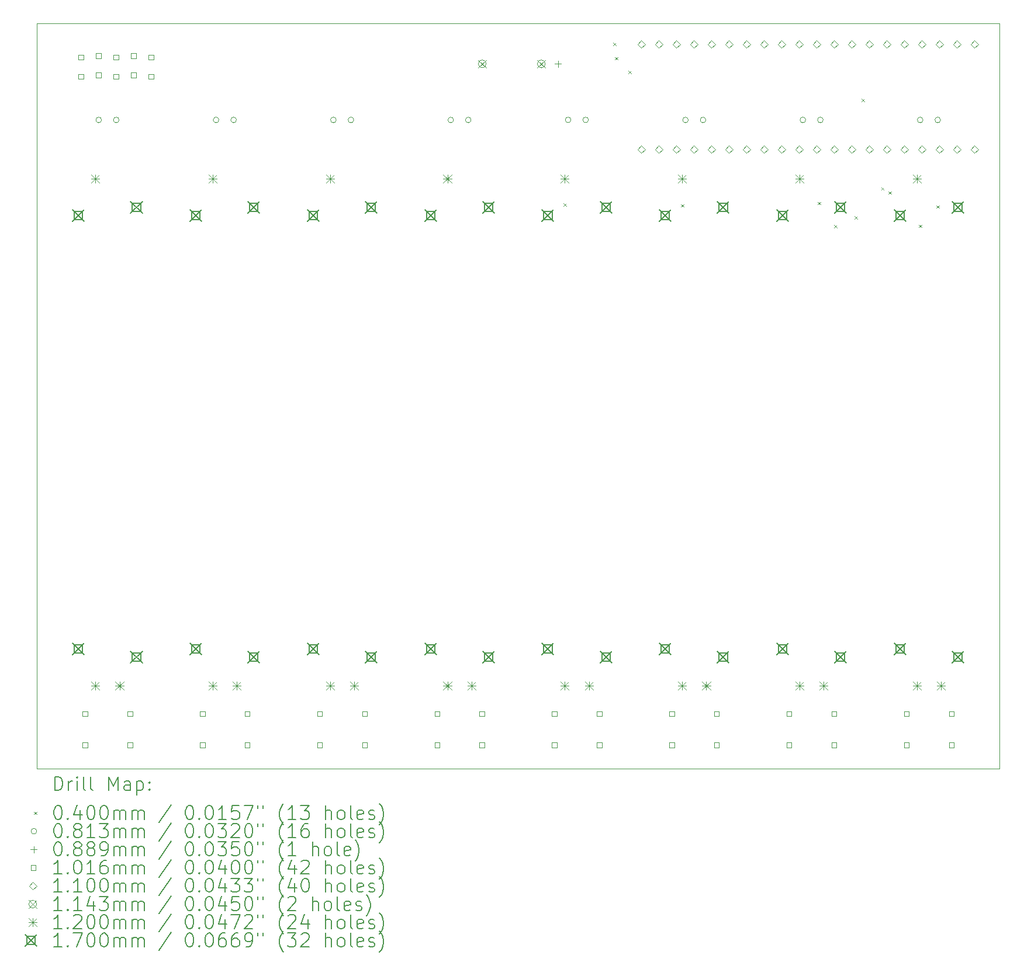
<source format=gbr>
%TF.GenerationSoftware,KiCad,Pcbnew,7.0.8*%
%TF.CreationDate,2024-02-25T18:23:36-05:00*%
%TF.ProjectId,lichen-freddie-board,6c696368-656e-42d6-9672-65646469652d,1.0*%
%TF.SameCoordinates,Original*%
%TF.FileFunction,Drillmap*%
%TF.FilePolarity,Positive*%
%FSLAX45Y45*%
G04 Gerber Fmt 4.5, Leading zero omitted, Abs format (unit mm)*
G04 Created by KiCad (PCBNEW 7.0.8) date 2024-02-25 18:23:36*
%MOMM*%
%LPD*%
G01*
G04 APERTURE LIST*
%ADD10C,0.100000*%
%ADD11C,0.200000*%
%ADD12C,0.040000*%
%ADD13C,0.081280*%
%ADD14C,0.088900*%
%ADD15C,0.101600*%
%ADD16C,0.110000*%
%ADD17C,0.114300*%
%ADD18C,0.120000*%
%ADD19C,0.170000*%
G04 APERTURE END LIST*
D10*
X10125000Y-11025000D02*
X24065000Y-11025000D01*
X24065000Y-21825000D01*
X10125000Y-21825000D01*
X10125000Y-11025000D01*
D11*
D12*
X17754000Y-13631000D02*
X17794000Y-13671000D01*
X17794000Y-13631000D02*
X17754000Y-13671000D01*
X18471000Y-11305000D02*
X18511000Y-11345000D01*
X18511000Y-11305000D02*
X18471000Y-11345000D01*
X18496000Y-11511000D02*
X18536000Y-11551000D01*
X18536000Y-11511000D02*
X18496000Y-11551000D01*
X18688000Y-11708000D02*
X18728000Y-11748000D01*
X18728000Y-11708000D02*
X18688000Y-11748000D01*
X19452000Y-13644000D02*
X19492000Y-13684000D01*
X19492000Y-13644000D02*
X19452000Y-13684000D01*
X21433000Y-13611000D02*
X21473000Y-13651000D01*
X21473000Y-13611000D02*
X21433000Y-13651000D01*
X21673000Y-13943000D02*
X21713000Y-13983000D01*
X21713000Y-13943000D02*
X21673000Y-13983000D01*
X21970050Y-13820000D02*
X22010050Y-13860000D01*
X22010050Y-13820000D02*
X21970050Y-13860000D01*
X22067000Y-12117000D02*
X22107000Y-12157000D01*
X22107000Y-12117000D02*
X22067000Y-12157000D01*
X22353000Y-13400000D02*
X22393000Y-13440000D01*
X22393000Y-13400000D02*
X22353000Y-13440000D01*
X22460000Y-13458000D02*
X22500000Y-13498000D01*
X22500000Y-13458000D02*
X22460000Y-13498000D01*
X22896000Y-13942000D02*
X22936000Y-13982000D01*
X22936000Y-13942000D02*
X22896000Y-13982000D01*
X23152000Y-13663000D02*
X23192000Y-13703000D01*
X23192000Y-13663000D02*
X23152000Y-13703000D01*
D13*
X11058640Y-12423400D02*
G75*
G03*
X11058640Y-12423400I-40640J0D01*
G01*
X11312640Y-12423400D02*
G75*
G03*
X11312640Y-12423400I-40640J0D01*
G01*
X12758640Y-12423400D02*
G75*
G03*
X12758640Y-12423400I-40640J0D01*
G01*
X13012640Y-12423400D02*
G75*
G03*
X13012640Y-12423400I-40640J0D01*
G01*
X14458640Y-12423400D02*
G75*
G03*
X14458640Y-12423400I-40640J0D01*
G01*
X14712640Y-12423400D02*
G75*
G03*
X14712640Y-12423400I-40640J0D01*
G01*
X16158640Y-12423400D02*
G75*
G03*
X16158640Y-12423400I-40640J0D01*
G01*
X16412640Y-12423400D02*
G75*
G03*
X16412640Y-12423400I-40640J0D01*
G01*
X17858640Y-12423400D02*
G75*
G03*
X17858640Y-12423400I-40640J0D01*
G01*
X18112640Y-12423400D02*
G75*
G03*
X18112640Y-12423400I-40640J0D01*
G01*
X19558640Y-12423400D02*
G75*
G03*
X19558640Y-12423400I-40640J0D01*
G01*
X19812640Y-12423400D02*
G75*
G03*
X19812640Y-12423400I-40640J0D01*
G01*
X21258640Y-12423400D02*
G75*
G03*
X21258640Y-12423400I-40640J0D01*
G01*
X21512640Y-12423400D02*
G75*
G03*
X21512640Y-12423400I-40640J0D01*
G01*
X22958640Y-12423400D02*
G75*
G03*
X22958640Y-12423400I-40640J0D01*
G01*
X23212640Y-12423400D02*
G75*
G03*
X23212640Y-12423400I-40640J0D01*
G01*
D14*
X17671580Y-11566350D02*
X17671580Y-11655250D01*
X17627130Y-11610800D02*
X17716030Y-11610800D01*
D15*
X10796921Y-11549521D02*
X10796921Y-11477679D01*
X10725079Y-11477679D01*
X10725079Y-11549521D01*
X10796921Y-11549521D01*
X10796921Y-11828921D02*
X10796921Y-11757079D01*
X10725079Y-11757079D01*
X10725079Y-11828921D01*
X10796921Y-11828921D01*
X10855801Y-21067561D02*
X10855801Y-20995719D01*
X10783959Y-20995719D01*
X10783959Y-21067561D01*
X10855801Y-21067561D01*
X10855801Y-21519681D02*
X10855801Y-21447839D01*
X10783959Y-21447839D01*
X10783959Y-21519681D01*
X10855801Y-21519681D01*
X11050921Y-11529201D02*
X11050921Y-11457359D01*
X10979079Y-11457359D01*
X10979079Y-11529201D01*
X11050921Y-11529201D01*
X11050921Y-11808601D02*
X11050921Y-11736759D01*
X10979079Y-11736759D01*
X10979079Y-11808601D01*
X11050921Y-11808601D01*
X11304921Y-11549521D02*
X11304921Y-11477679D01*
X11233079Y-11477679D01*
X11233079Y-11549521D01*
X11304921Y-11549521D01*
X11304921Y-11828921D02*
X11304921Y-11757079D01*
X11233079Y-11757079D01*
X11233079Y-11828921D01*
X11304921Y-11828921D01*
X11506041Y-21067561D02*
X11506041Y-20995719D01*
X11434199Y-20995719D01*
X11434199Y-21067561D01*
X11506041Y-21067561D01*
X11506041Y-21519681D02*
X11506041Y-21447839D01*
X11434199Y-21447839D01*
X11434199Y-21519681D01*
X11506041Y-21519681D01*
X11558921Y-11529201D02*
X11558921Y-11457359D01*
X11487079Y-11457359D01*
X11487079Y-11529201D01*
X11558921Y-11529201D01*
X11558921Y-11808601D02*
X11558921Y-11736759D01*
X11487079Y-11736759D01*
X11487079Y-11808601D01*
X11558921Y-11808601D01*
X11812921Y-11549521D02*
X11812921Y-11477679D01*
X11741079Y-11477679D01*
X11741079Y-11549521D01*
X11812921Y-11549521D01*
X11812921Y-11828921D02*
X11812921Y-11757079D01*
X11741079Y-11757079D01*
X11741079Y-11828921D01*
X11812921Y-11828921D01*
X12555801Y-21067561D02*
X12555801Y-20995719D01*
X12483959Y-20995719D01*
X12483959Y-21067561D01*
X12555801Y-21067561D01*
X12555801Y-21519681D02*
X12555801Y-21447839D01*
X12483959Y-21447839D01*
X12483959Y-21519681D01*
X12555801Y-21519681D01*
X13206041Y-21067561D02*
X13206041Y-20995719D01*
X13134199Y-20995719D01*
X13134199Y-21067561D01*
X13206041Y-21067561D01*
X13206041Y-21519681D02*
X13206041Y-21447839D01*
X13134199Y-21447839D01*
X13134199Y-21519681D01*
X13206041Y-21519681D01*
X14255801Y-21067561D02*
X14255801Y-20995719D01*
X14183959Y-20995719D01*
X14183959Y-21067561D01*
X14255801Y-21067561D01*
X14255801Y-21519681D02*
X14255801Y-21447839D01*
X14183959Y-21447839D01*
X14183959Y-21519681D01*
X14255801Y-21519681D01*
X14906041Y-21067561D02*
X14906041Y-20995719D01*
X14834199Y-20995719D01*
X14834199Y-21067561D01*
X14906041Y-21067561D01*
X14906041Y-21519681D02*
X14906041Y-21447839D01*
X14834199Y-21447839D01*
X14834199Y-21519681D01*
X14906041Y-21519681D01*
X15955801Y-21067561D02*
X15955801Y-20995719D01*
X15883959Y-20995719D01*
X15883959Y-21067561D01*
X15955801Y-21067561D01*
X15955801Y-21519681D02*
X15955801Y-21447839D01*
X15883959Y-21447839D01*
X15883959Y-21519681D01*
X15955801Y-21519681D01*
X16606041Y-21067561D02*
X16606041Y-20995719D01*
X16534199Y-20995719D01*
X16534199Y-21067561D01*
X16606041Y-21067561D01*
X16606041Y-21519681D02*
X16606041Y-21447839D01*
X16534199Y-21447839D01*
X16534199Y-21519681D01*
X16606041Y-21519681D01*
X17655801Y-21067561D02*
X17655801Y-20995719D01*
X17583959Y-20995719D01*
X17583959Y-21067561D01*
X17655801Y-21067561D01*
X17655801Y-21519681D02*
X17655801Y-21447839D01*
X17583959Y-21447839D01*
X17583959Y-21519681D01*
X17655801Y-21519681D01*
X18306041Y-21067561D02*
X18306041Y-20995719D01*
X18234199Y-20995719D01*
X18234199Y-21067561D01*
X18306041Y-21067561D01*
X18306041Y-21519681D02*
X18306041Y-21447839D01*
X18234199Y-21447839D01*
X18234199Y-21519681D01*
X18306041Y-21519681D01*
X19355801Y-21067561D02*
X19355801Y-20995719D01*
X19283959Y-20995719D01*
X19283959Y-21067561D01*
X19355801Y-21067561D01*
X19355801Y-21519681D02*
X19355801Y-21447839D01*
X19283959Y-21447839D01*
X19283959Y-21519681D01*
X19355801Y-21519681D01*
X20006041Y-21067561D02*
X20006041Y-20995719D01*
X19934199Y-20995719D01*
X19934199Y-21067561D01*
X20006041Y-21067561D01*
X20006041Y-21519681D02*
X20006041Y-21447839D01*
X19934199Y-21447839D01*
X19934199Y-21519681D01*
X20006041Y-21519681D01*
X21055801Y-21067561D02*
X21055801Y-20995719D01*
X20983959Y-20995719D01*
X20983959Y-21067561D01*
X21055801Y-21067561D01*
X21055801Y-21519681D02*
X21055801Y-21447839D01*
X20983959Y-21447839D01*
X20983959Y-21519681D01*
X21055801Y-21519681D01*
X21706041Y-21067561D02*
X21706041Y-20995719D01*
X21634199Y-20995719D01*
X21634199Y-21067561D01*
X21706041Y-21067561D01*
X21706041Y-21519681D02*
X21706041Y-21447839D01*
X21634199Y-21447839D01*
X21634199Y-21519681D01*
X21706041Y-21519681D01*
X22755801Y-21067561D02*
X22755801Y-20995719D01*
X22683959Y-20995719D01*
X22683959Y-21067561D01*
X22755801Y-21067561D01*
X22755801Y-21519681D02*
X22755801Y-21447839D01*
X22683959Y-21447839D01*
X22683959Y-21519681D01*
X22755801Y-21519681D01*
X23406041Y-21067561D02*
X23406041Y-20995719D01*
X23334199Y-20995719D01*
X23334199Y-21067561D01*
X23406041Y-21067561D01*
X23406041Y-21519681D02*
X23406041Y-21447839D01*
X23334199Y-21447839D01*
X23334199Y-21519681D01*
X23406041Y-21519681D01*
D16*
X18878000Y-11382000D02*
X18933000Y-11327000D01*
X18878000Y-11272000D01*
X18823000Y-11327000D01*
X18878000Y-11382000D01*
X18878000Y-12906000D02*
X18933000Y-12851000D01*
X18878000Y-12796000D01*
X18823000Y-12851000D01*
X18878000Y-12906000D01*
X19132000Y-11382000D02*
X19187000Y-11327000D01*
X19132000Y-11272000D01*
X19077000Y-11327000D01*
X19132000Y-11382000D01*
X19132000Y-12906000D02*
X19187000Y-12851000D01*
X19132000Y-12796000D01*
X19077000Y-12851000D01*
X19132000Y-12906000D01*
X19386000Y-11382000D02*
X19441000Y-11327000D01*
X19386000Y-11272000D01*
X19331000Y-11327000D01*
X19386000Y-11382000D01*
X19386000Y-12906000D02*
X19441000Y-12851000D01*
X19386000Y-12796000D01*
X19331000Y-12851000D01*
X19386000Y-12906000D01*
X19640000Y-11382000D02*
X19695000Y-11327000D01*
X19640000Y-11272000D01*
X19585000Y-11327000D01*
X19640000Y-11382000D01*
X19640000Y-12906000D02*
X19695000Y-12851000D01*
X19640000Y-12796000D01*
X19585000Y-12851000D01*
X19640000Y-12906000D01*
X19894000Y-11382000D02*
X19949000Y-11327000D01*
X19894000Y-11272000D01*
X19839000Y-11327000D01*
X19894000Y-11382000D01*
X19894000Y-12906000D02*
X19949000Y-12851000D01*
X19894000Y-12796000D01*
X19839000Y-12851000D01*
X19894000Y-12906000D01*
X20148000Y-11382000D02*
X20203000Y-11327000D01*
X20148000Y-11272000D01*
X20093000Y-11327000D01*
X20148000Y-11382000D01*
X20148000Y-12906000D02*
X20203000Y-12851000D01*
X20148000Y-12796000D01*
X20093000Y-12851000D01*
X20148000Y-12906000D01*
X20402000Y-11382000D02*
X20457000Y-11327000D01*
X20402000Y-11272000D01*
X20347000Y-11327000D01*
X20402000Y-11382000D01*
X20402000Y-12906000D02*
X20457000Y-12851000D01*
X20402000Y-12796000D01*
X20347000Y-12851000D01*
X20402000Y-12906000D01*
X20656000Y-11382000D02*
X20711000Y-11327000D01*
X20656000Y-11272000D01*
X20601000Y-11327000D01*
X20656000Y-11382000D01*
X20656000Y-12906000D02*
X20711000Y-12851000D01*
X20656000Y-12796000D01*
X20601000Y-12851000D01*
X20656000Y-12906000D01*
X20910000Y-11382000D02*
X20965000Y-11327000D01*
X20910000Y-11272000D01*
X20855000Y-11327000D01*
X20910000Y-11382000D01*
X20910000Y-12906000D02*
X20965000Y-12851000D01*
X20910000Y-12796000D01*
X20855000Y-12851000D01*
X20910000Y-12906000D01*
X21164000Y-11382000D02*
X21219000Y-11327000D01*
X21164000Y-11272000D01*
X21109000Y-11327000D01*
X21164000Y-11382000D01*
X21164000Y-12906000D02*
X21219000Y-12851000D01*
X21164000Y-12796000D01*
X21109000Y-12851000D01*
X21164000Y-12906000D01*
X21418000Y-11382000D02*
X21473000Y-11327000D01*
X21418000Y-11272000D01*
X21363000Y-11327000D01*
X21418000Y-11382000D01*
X21418000Y-12906000D02*
X21473000Y-12851000D01*
X21418000Y-12796000D01*
X21363000Y-12851000D01*
X21418000Y-12906000D01*
X21672000Y-11382000D02*
X21727000Y-11327000D01*
X21672000Y-11272000D01*
X21617000Y-11327000D01*
X21672000Y-11382000D01*
X21672000Y-12906000D02*
X21727000Y-12851000D01*
X21672000Y-12796000D01*
X21617000Y-12851000D01*
X21672000Y-12906000D01*
X21926000Y-11382000D02*
X21981000Y-11327000D01*
X21926000Y-11272000D01*
X21871000Y-11327000D01*
X21926000Y-11382000D01*
X21926000Y-12906000D02*
X21981000Y-12851000D01*
X21926000Y-12796000D01*
X21871000Y-12851000D01*
X21926000Y-12906000D01*
X22180000Y-11382000D02*
X22235000Y-11327000D01*
X22180000Y-11272000D01*
X22125000Y-11327000D01*
X22180000Y-11382000D01*
X22180000Y-12906000D02*
X22235000Y-12851000D01*
X22180000Y-12796000D01*
X22125000Y-12851000D01*
X22180000Y-12906000D01*
X22434000Y-11382000D02*
X22489000Y-11327000D01*
X22434000Y-11272000D01*
X22379000Y-11327000D01*
X22434000Y-11382000D01*
X22434000Y-12906000D02*
X22489000Y-12851000D01*
X22434000Y-12796000D01*
X22379000Y-12851000D01*
X22434000Y-12906000D01*
X22688000Y-11382000D02*
X22743000Y-11327000D01*
X22688000Y-11272000D01*
X22633000Y-11327000D01*
X22688000Y-11382000D01*
X22688000Y-12906000D02*
X22743000Y-12851000D01*
X22688000Y-12796000D01*
X22633000Y-12851000D01*
X22688000Y-12906000D01*
X22942000Y-11382000D02*
X22997000Y-11327000D01*
X22942000Y-11272000D01*
X22887000Y-11327000D01*
X22942000Y-11382000D01*
X22942000Y-12906000D02*
X22997000Y-12851000D01*
X22942000Y-12796000D01*
X22887000Y-12851000D01*
X22942000Y-12906000D01*
X23196000Y-11382000D02*
X23251000Y-11327000D01*
X23196000Y-11272000D01*
X23141000Y-11327000D01*
X23196000Y-11382000D01*
X23196000Y-12906000D02*
X23251000Y-12851000D01*
X23196000Y-12796000D01*
X23141000Y-12851000D01*
X23196000Y-12906000D01*
X23450000Y-11382000D02*
X23505000Y-11327000D01*
X23450000Y-11272000D01*
X23395000Y-11327000D01*
X23450000Y-11382000D01*
X23450000Y-12906000D02*
X23505000Y-12851000D01*
X23450000Y-12796000D01*
X23395000Y-12851000D01*
X23450000Y-12906000D01*
X23704000Y-11382000D02*
X23759000Y-11327000D01*
X23704000Y-11272000D01*
X23649000Y-11327000D01*
X23704000Y-11382000D01*
X23704000Y-12906000D02*
X23759000Y-12851000D01*
X23704000Y-12796000D01*
X23649000Y-12851000D01*
X23704000Y-12906000D01*
D17*
X16517150Y-11553650D02*
X16631450Y-11667950D01*
X16631450Y-11553650D02*
X16517150Y-11667950D01*
X16631450Y-11610800D02*
G75*
G03*
X16631450Y-11610800I-57150J0D01*
G01*
X17373130Y-11553650D02*
X17487430Y-11667950D01*
X17487430Y-11553650D02*
X17373130Y-11667950D01*
X17487430Y-11610800D02*
G75*
G03*
X17487430Y-11610800I-57150J0D01*
G01*
D18*
X10910000Y-13215800D02*
X11030000Y-13335800D01*
X11030000Y-13215800D02*
X10910000Y-13335800D01*
X10970000Y-13215800D02*
X10970000Y-13335800D01*
X10910000Y-13275800D02*
X11030000Y-13275800D01*
X10910000Y-20565800D02*
X11030000Y-20685800D01*
X11030000Y-20565800D02*
X10910000Y-20685800D01*
X10970000Y-20565800D02*
X10970000Y-20685800D01*
X10910000Y-20625800D02*
X11030000Y-20625800D01*
X11260000Y-20565800D02*
X11380000Y-20685800D01*
X11380000Y-20565800D02*
X11260000Y-20685800D01*
X11320000Y-20565800D02*
X11320000Y-20685800D01*
X11260000Y-20625800D02*
X11380000Y-20625800D01*
X12610000Y-13215800D02*
X12730000Y-13335800D01*
X12730000Y-13215800D02*
X12610000Y-13335800D01*
X12670000Y-13215800D02*
X12670000Y-13335800D01*
X12610000Y-13275800D02*
X12730000Y-13275800D01*
X12610000Y-20565800D02*
X12730000Y-20685800D01*
X12730000Y-20565800D02*
X12610000Y-20685800D01*
X12670000Y-20565800D02*
X12670000Y-20685800D01*
X12610000Y-20625800D02*
X12730000Y-20625800D01*
X12960000Y-20565800D02*
X13080000Y-20685800D01*
X13080000Y-20565800D02*
X12960000Y-20685800D01*
X13020000Y-20565800D02*
X13020000Y-20685800D01*
X12960000Y-20625800D02*
X13080000Y-20625800D01*
X14310000Y-13215800D02*
X14430000Y-13335800D01*
X14430000Y-13215800D02*
X14310000Y-13335800D01*
X14370000Y-13215800D02*
X14370000Y-13335800D01*
X14310000Y-13275800D02*
X14430000Y-13275800D01*
X14310000Y-20565800D02*
X14430000Y-20685800D01*
X14430000Y-20565800D02*
X14310000Y-20685800D01*
X14370000Y-20565800D02*
X14370000Y-20685800D01*
X14310000Y-20625800D02*
X14430000Y-20625800D01*
X14660000Y-20565800D02*
X14780000Y-20685800D01*
X14780000Y-20565800D02*
X14660000Y-20685800D01*
X14720000Y-20565800D02*
X14720000Y-20685800D01*
X14660000Y-20625800D02*
X14780000Y-20625800D01*
X16010000Y-13215800D02*
X16130000Y-13335800D01*
X16130000Y-13215800D02*
X16010000Y-13335800D01*
X16070000Y-13215800D02*
X16070000Y-13335800D01*
X16010000Y-13275800D02*
X16130000Y-13275800D01*
X16010000Y-20565800D02*
X16130000Y-20685800D01*
X16130000Y-20565800D02*
X16010000Y-20685800D01*
X16070000Y-20565800D02*
X16070000Y-20685800D01*
X16010000Y-20625800D02*
X16130000Y-20625800D01*
X16360000Y-20565800D02*
X16480000Y-20685800D01*
X16480000Y-20565800D02*
X16360000Y-20685800D01*
X16420000Y-20565800D02*
X16420000Y-20685800D01*
X16360000Y-20625800D02*
X16480000Y-20625800D01*
X17710000Y-13215800D02*
X17830000Y-13335800D01*
X17830000Y-13215800D02*
X17710000Y-13335800D01*
X17770000Y-13215800D02*
X17770000Y-13335800D01*
X17710000Y-13275800D02*
X17830000Y-13275800D01*
X17710000Y-20565800D02*
X17830000Y-20685800D01*
X17830000Y-20565800D02*
X17710000Y-20685800D01*
X17770000Y-20565800D02*
X17770000Y-20685800D01*
X17710000Y-20625800D02*
X17830000Y-20625800D01*
X18060000Y-20565800D02*
X18180000Y-20685800D01*
X18180000Y-20565800D02*
X18060000Y-20685800D01*
X18120000Y-20565800D02*
X18120000Y-20685800D01*
X18060000Y-20625800D02*
X18180000Y-20625800D01*
X19410000Y-13215800D02*
X19530000Y-13335800D01*
X19530000Y-13215800D02*
X19410000Y-13335800D01*
X19470000Y-13215800D02*
X19470000Y-13335800D01*
X19410000Y-13275800D02*
X19530000Y-13275800D01*
X19410000Y-20565800D02*
X19530000Y-20685800D01*
X19530000Y-20565800D02*
X19410000Y-20685800D01*
X19470000Y-20565800D02*
X19470000Y-20685800D01*
X19410000Y-20625800D02*
X19530000Y-20625800D01*
X19760000Y-20565800D02*
X19880000Y-20685800D01*
X19880000Y-20565800D02*
X19760000Y-20685800D01*
X19820000Y-20565800D02*
X19820000Y-20685800D01*
X19760000Y-20625800D02*
X19880000Y-20625800D01*
X21110000Y-13215800D02*
X21230000Y-13335800D01*
X21230000Y-13215800D02*
X21110000Y-13335800D01*
X21170000Y-13215800D02*
X21170000Y-13335800D01*
X21110000Y-13275800D02*
X21230000Y-13275800D01*
X21110000Y-20565800D02*
X21230000Y-20685800D01*
X21230000Y-20565800D02*
X21110000Y-20685800D01*
X21170000Y-20565800D02*
X21170000Y-20685800D01*
X21110000Y-20625800D02*
X21230000Y-20625800D01*
X21460000Y-20565800D02*
X21580000Y-20685800D01*
X21580000Y-20565800D02*
X21460000Y-20685800D01*
X21520000Y-20565800D02*
X21520000Y-20685800D01*
X21460000Y-20625800D02*
X21580000Y-20625800D01*
X22810000Y-13215800D02*
X22930000Y-13335800D01*
X22930000Y-13215800D02*
X22810000Y-13335800D01*
X22870000Y-13215800D02*
X22870000Y-13335800D01*
X22810000Y-13275800D02*
X22930000Y-13275800D01*
X22810000Y-20565800D02*
X22930000Y-20685800D01*
X22930000Y-20565800D02*
X22810000Y-20685800D01*
X22870000Y-20565800D02*
X22870000Y-20685800D01*
X22810000Y-20625800D02*
X22930000Y-20625800D01*
X23160000Y-20565800D02*
X23280000Y-20685800D01*
X23280000Y-20565800D02*
X23160000Y-20685800D01*
X23220000Y-20565800D02*
X23220000Y-20685800D01*
X23160000Y-20625800D02*
X23280000Y-20625800D01*
D19*
X10640000Y-13725800D02*
X10810000Y-13895800D01*
X10810000Y-13725800D02*
X10640000Y-13895800D01*
X10785105Y-13870905D02*
X10785105Y-13750695D01*
X10664895Y-13750695D01*
X10664895Y-13870905D01*
X10785105Y-13870905D01*
X10640000Y-20005800D02*
X10810000Y-20175800D01*
X10810000Y-20005800D02*
X10640000Y-20175800D01*
X10785105Y-20150905D02*
X10785105Y-20030695D01*
X10664895Y-20030695D01*
X10664895Y-20150905D01*
X10785105Y-20150905D01*
X11480000Y-13605800D02*
X11650000Y-13775800D01*
X11650000Y-13605800D02*
X11480000Y-13775800D01*
X11625105Y-13750905D02*
X11625105Y-13630695D01*
X11504895Y-13630695D01*
X11504895Y-13750905D01*
X11625105Y-13750905D01*
X11480000Y-20125800D02*
X11650000Y-20295800D01*
X11650000Y-20125800D02*
X11480000Y-20295800D01*
X11625105Y-20270905D02*
X11625105Y-20150695D01*
X11504895Y-20150695D01*
X11504895Y-20270905D01*
X11625105Y-20270905D01*
X12340000Y-13725800D02*
X12510000Y-13895800D01*
X12510000Y-13725800D02*
X12340000Y-13895800D01*
X12485105Y-13870905D02*
X12485105Y-13750695D01*
X12364895Y-13750695D01*
X12364895Y-13870905D01*
X12485105Y-13870905D01*
X12340000Y-20005800D02*
X12510000Y-20175800D01*
X12510000Y-20005800D02*
X12340000Y-20175800D01*
X12485105Y-20150905D02*
X12485105Y-20030695D01*
X12364895Y-20030695D01*
X12364895Y-20150905D01*
X12485105Y-20150905D01*
X13180000Y-13605800D02*
X13350000Y-13775800D01*
X13350000Y-13605800D02*
X13180000Y-13775800D01*
X13325105Y-13750905D02*
X13325105Y-13630695D01*
X13204895Y-13630695D01*
X13204895Y-13750905D01*
X13325105Y-13750905D01*
X13180000Y-20125800D02*
X13350000Y-20295800D01*
X13350000Y-20125800D02*
X13180000Y-20295800D01*
X13325105Y-20270905D02*
X13325105Y-20150695D01*
X13204895Y-20150695D01*
X13204895Y-20270905D01*
X13325105Y-20270905D01*
X14040000Y-13725800D02*
X14210000Y-13895800D01*
X14210000Y-13725800D02*
X14040000Y-13895800D01*
X14185105Y-13870905D02*
X14185105Y-13750695D01*
X14064895Y-13750695D01*
X14064895Y-13870905D01*
X14185105Y-13870905D01*
X14040000Y-20005800D02*
X14210000Y-20175800D01*
X14210000Y-20005800D02*
X14040000Y-20175800D01*
X14185105Y-20150905D02*
X14185105Y-20030695D01*
X14064895Y-20030695D01*
X14064895Y-20150905D01*
X14185105Y-20150905D01*
X14880000Y-13605800D02*
X15050000Y-13775800D01*
X15050000Y-13605800D02*
X14880000Y-13775800D01*
X15025105Y-13750905D02*
X15025105Y-13630695D01*
X14904895Y-13630695D01*
X14904895Y-13750905D01*
X15025105Y-13750905D01*
X14880000Y-20125800D02*
X15050000Y-20295800D01*
X15050000Y-20125800D02*
X14880000Y-20295800D01*
X15025105Y-20270905D02*
X15025105Y-20150695D01*
X14904895Y-20150695D01*
X14904895Y-20270905D01*
X15025105Y-20270905D01*
X15740000Y-13725800D02*
X15910000Y-13895800D01*
X15910000Y-13725800D02*
X15740000Y-13895800D01*
X15885105Y-13870905D02*
X15885105Y-13750695D01*
X15764895Y-13750695D01*
X15764895Y-13870905D01*
X15885105Y-13870905D01*
X15740000Y-20005800D02*
X15910000Y-20175800D01*
X15910000Y-20005800D02*
X15740000Y-20175800D01*
X15885105Y-20150905D02*
X15885105Y-20030695D01*
X15764895Y-20030695D01*
X15764895Y-20150905D01*
X15885105Y-20150905D01*
X16580000Y-13605800D02*
X16750000Y-13775800D01*
X16750000Y-13605800D02*
X16580000Y-13775800D01*
X16725105Y-13750905D02*
X16725105Y-13630695D01*
X16604895Y-13630695D01*
X16604895Y-13750905D01*
X16725105Y-13750905D01*
X16580000Y-20125800D02*
X16750000Y-20295800D01*
X16750000Y-20125800D02*
X16580000Y-20295800D01*
X16725105Y-20270905D02*
X16725105Y-20150695D01*
X16604895Y-20150695D01*
X16604895Y-20270905D01*
X16725105Y-20270905D01*
X17440000Y-13725800D02*
X17610000Y-13895800D01*
X17610000Y-13725800D02*
X17440000Y-13895800D01*
X17585105Y-13870905D02*
X17585105Y-13750695D01*
X17464895Y-13750695D01*
X17464895Y-13870905D01*
X17585105Y-13870905D01*
X17440000Y-20005800D02*
X17610000Y-20175800D01*
X17610000Y-20005800D02*
X17440000Y-20175800D01*
X17585105Y-20150905D02*
X17585105Y-20030695D01*
X17464895Y-20030695D01*
X17464895Y-20150905D01*
X17585105Y-20150905D01*
X18280000Y-13605800D02*
X18450000Y-13775800D01*
X18450000Y-13605800D02*
X18280000Y-13775800D01*
X18425105Y-13750905D02*
X18425105Y-13630695D01*
X18304895Y-13630695D01*
X18304895Y-13750905D01*
X18425105Y-13750905D01*
X18280000Y-20125800D02*
X18450000Y-20295800D01*
X18450000Y-20125800D02*
X18280000Y-20295800D01*
X18425105Y-20270905D02*
X18425105Y-20150695D01*
X18304895Y-20150695D01*
X18304895Y-20270905D01*
X18425105Y-20270905D01*
X19140000Y-13725800D02*
X19310000Y-13895800D01*
X19310000Y-13725800D02*
X19140000Y-13895800D01*
X19285105Y-13870905D02*
X19285105Y-13750695D01*
X19164895Y-13750695D01*
X19164895Y-13870905D01*
X19285105Y-13870905D01*
X19140000Y-20005800D02*
X19310000Y-20175800D01*
X19310000Y-20005800D02*
X19140000Y-20175800D01*
X19285105Y-20150905D02*
X19285105Y-20030695D01*
X19164895Y-20030695D01*
X19164895Y-20150905D01*
X19285105Y-20150905D01*
X19980000Y-13605800D02*
X20150000Y-13775800D01*
X20150000Y-13605800D02*
X19980000Y-13775800D01*
X20125105Y-13750905D02*
X20125105Y-13630695D01*
X20004895Y-13630695D01*
X20004895Y-13750905D01*
X20125105Y-13750905D01*
X19980000Y-20125800D02*
X20150000Y-20295800D01*
X20150000Y-20125800D02*
X19980000Y-20295800D01*
X20125105Y-20270905D02*
X20125105Y-20150695D01*
X20004895Y-20150695D01*
X20004895Y-20270905D01*
X20125105Y-20270905D01*
X20840000Y-13725800D02*
X21010000Y-13895800D01*
X21010000Y-13725800D02*
X20840000Y-13895800D01*
X20985105Y-13870905D02*
X20985105Y-13750695D01*
X20864895Y-13750695D01*
X20864895Y-13870905D01*
X20985105Y-13870905D01*
X20840000Y-20005800D02*
X21010000Y-20175800D01*
X21010000Y-20005800D02*
X20840000Y-20175800D01*
X20985105Y-20150905D02*
X20985105Y-20030695D01*
X20864895Y-20030695D01*
X20864895Y-20150905D01*
X20985105Y-20150905D01*
X21680000Y-13605800D02*
X21850000Y-13775800D01*
X21850000Y-13605800D02*
X21680000Y-13775800D01*
X21825105Y-13750905D02*
X21825105Y-13630695D01*
X21704895Y-13630695D01*
X21704895Y-13750905D01*
X21825105Y-13750905D01*
X21680000Y-20125800D02*
X21850000Y-20295800D01*
X21850000Y-20125800D02*
X21680000Y-20295800D01*
X21825105Y-20270905D02*
X21825105Y-20150695D01*
X21704895Y-20150695D01*
X21704895Y-20270905D01*
X21825105Y-20270905D01*
X22540000Y-13725800D02*
X22710000Y-13895800D01*
X22710000Y-13725800D02*
X22540000Y-13895800D01*
X22685105Y-13870905D02*
X22685105Y-13750695D01*
X22564895Y-13750695D01*
X22564895Y-13870905D01*
X22685105Y-13870905D01*
X22540000Y-20005800D02*
X22710000Y-20175800D01*
X22710000Y-20005800D02*
X22540000Y-20175800D01*
X22685105Y-20150905D02*
X22685105Y-20030695D01*
X22564895Y-20030695D01*
X22564895Y-20150905D01*
X22685105Y-20150905D01*
X23380000Y-13605800D02*
X23550000Y-13775800D01*
X23550000Y-13605800D02*
X23380000Y-13775800D01*
X23525105Y-13750905D02*
X23525105Y-13630695D01*
X23404895Y-13630695D01*
X23404895Y-13750905D01*
X23525105Y-13750905D01*
X23380000Y-20125800D02*
X23550000Y-20295800D01*
X23550000Y-20125800D02*
X23380000Y-20295800D01*
X23525105Y-20270905D02*
X23525105Y-20150695D01*
X23404895Y-20150695D01*
X23404895Y-20270905D01*
X23525105Y-20270905D01*
D11*
X10380777Y-22141484D02*
X10380777Y-21941484D01*
X10380777Y-21941484D02*
X10428396Y-21941484D01*
X10428396Y-21941484D02*
X10456967Y-21951008D01*
X10456967Y-21951008D02*
X10476015Y-21970055D01*
X10476015Y-21970055D02*
X10485539Y-21989103D01*
X10485539Y-21989103D02*
X10495063Y-22027198D01*
X10495063Y-22027198D02*
X10495063Y-22055770D01*
X10495063Y-22055770D02*
X10485539Y-22093865D01*
X10485539Y-22093865D02*
X10476015Y-22112912D01*
X10476015Y-22112912D02*
X10456967Y-22131960D01*
X10456967Y-22131960D02*
X10428396Y-22141484D01*
X10428396Y-22141484D02*
X10380777Y-22141484D01*
X10580777Y-22141484D02*
X10580777Y-22008150D01*
X10580777Y-22046246D02*
X10590301Y-22027198D01*
X10590301Y-22027198D02*
X10599824Y-22017674D01*
X10599824Y-22017674D02*
X10618872Y-22008150D01*
X10618872Y-22008150D02*
X10637920Y-22008150D01*
X10704586Y-22141484D02*
X10704586Y-22008150D01*
X10704586Y-21941484D02*
X10695063Y-21951008D01*
X10695063Y-21951008D02*
X10704586Y-21960531D01*
X10704586Y-21960531D02*
X10714110Y-21951008D01*
X10714110Y-21951008D02*
X10704586Y-21941484D01*
X10704586Y-21941484D02*
X10704586Y-21960531D01*
X10828396Y-22141484D02*
X10809348Y-22131960D01*
X10809348Y-22131960D02*
X10799824Y-22112912D01*
X10799824Y-22112912D02*
X10799824Y-21941484D01*
X10933158Y-22141484D02*
X10914110Y-22131960D01*
X10914110Y-22131960D02*
X10904586Y-22112912D01*
X10904586Y-22112912D02*
X10904586Y-21941484D01*
X11161729Y-22141484D02*
X11161729Y-21941484D01*
X11161729Y-21941484D02*
X11228396Y-22084341D01*
X11228396Y-22084341D02*
X11295062Y-21941484D01*
X11295062Y-21941484D02*
X11295062Y-22141484D01*
X11476015Y-22141484D02*
X11476015Y-22036722D01*
X11476015Y-22036722D02*
X11466491Y-22017674D01*
X11466491Y-22017674D02*
X11447443Y-22008150D01*
X11447443Y-22008150D02*
X11409348Y-22008150D01*
X11409348Y-22008150D02*
X11390301Y-22017674D01*
X11476015Y-22131960D02*
X11456967Y-22141484D01*
X11456967Y-22141484D02*
X11409348Y-22141484D01*
X11409348Y-22141484D02*
X11390301Y-22131960D01*
X11390301Y-22131960D02*
X11380777Y-22112912D01*
X11380777Y-22112912D02*
X11380777Y-22093865D01*
X11380777Y-22093865D02*
X11390301Y-22074817D01*
X11390301Y-22074817D02*
X11409348Y-22065293D01*
X11409348Y-22065293D02*
X11456967Y-22065293D01*
X11456967Y-22065293D02*
X11476015Y-22055770D01*
X11571253Y-22008150D02*
X11571253Y-22208150D01*
X11571253Y-22017674D02*
X11590301Y-22008150D01*
X11590301Y-22008150D02*
X11628396Y-22008150D01*
X11628396Y-22008150D02*
X11647443Y-22017674D01*
X11647443Y-22017674D02*
X11656967Y-22027198D01*
X11656967Y-22027198D02*
X11666491Y-22046246D01*
X11666491Y-22046246D02*
X11666491Y-22103389D01*
X11666491Y-22103389D02*
X11656967Y-22122436D01*
X11656967Y-22122436D02*
X11647443Y-22131960D01*
X11647443Y-22131960D02*
X11628396Y-22141484D01*
X11628396Y-22141484D02*
X11590301Y-22141484D01*
X11590301Y-22141484D02*
X11571253Y-22131960D01*
X11752205Y-22122436D02*
X11761729Y-22131960D01*
X11761729Y-22131960D02*
X11752205Y-22141484D01*
X11752205Y-22141484D02*
X11742682Y-22131960D01*
X11742682Y-22131960D02*
X11752205Y-22122436D01*
X11752205Y-22122436D02*
X11752205Y-22141484D01*
X11752205Y-22017674D02*
X11761729Y-22027198D01*
X11761729Y-22027198D02*
X11752205Y-22036722D01*
X11752205Y-22036722D02*
X11742682Y-22027198D01*
X11742682Y-22027198D02*
X11752205Y-22017674D01*
X11752205Y-22017674D02*
X11752205Y-22036722D01*
D12*
X10080000Y-22450000D02*
X10120000Y-22490000D01*
X10120000Y-22450000D02*
X10080000Y-22490000D01*
D11*
X10418872Y-22361484D02*
X10437920Y-22361484D01*
X10437920Y-22361484D02*
X10456967Y-22371008D01*
X10456967Y-22371008D02*
X10466491Y-22380531D01*
X10466491Y-22380531D02*
X10476015Y-22399579D01*
X10476015Y-22399579D02*
X10485539Y-22437674D01*
X10485539Y-22437674D02*
X10485539Y-22485293D01*
X10485539Y-22485293D02*
X10476015Y-22523388D01*
X10476015Y-22523388D02*
X10466491Y-22542436D01*
X10466491Y-22542436D02*
X10456967Y-22551960D01*
X10456967Y-22551960D02*
X10437920Y-22561484D01*
X10437920Y-22561484D02*
X10418872Y-22561484D01*
X10418872Y-22561484D02*
X10399824Y-22551960D01*
X10399824Y-22551960D02*
X10390301Y-22542436D01*
X10390301Y-22542436D02*
X10380777Y-22523388D01*
X10380777Y-22523388D02*
X10371253Y-22485293D01*
X10371253Y-22485293D02*
X10371253Y-22437674D01*
X10371253Y-22437674D02*
X10380777Y-22399579D01*
X10380777Y-22399579D02*
X10390301Y-22380531D01*
X10390301Y-22380531D02*
X10399824Y-22371008D01*
X10399824Y-22371008D02*
X10418872Y-22361484D01*
X10571253Y-22542436D02*
X10580777Y-22551960D01*
X10580777Y-22551960D02*
X10571253Y-22561484D01*
X10571253Y-22561484D02*
X10561729Y-22551960D01*
X10561729Y-22551960D02*
X10571253Y-22542436D01*
X10571253Y-22542436D02*
X10571253Y-22561484D01*
X10752205Y-22428150D02*
X10752205Y-22561484D01*
X10704586Y-22351960D02*
X10656967Y-22494817D01*
X10656967Y-22494817D02*
X10780777Y-22494817D01*
X10895063Y-22361484D02*
X10914110Y-22361484D01*
X10914110Y-22361484D02*
X10933158Y-22371008D01*
X10933158Y-22371008D02*
X10942682Y-22380531D01*
X10942682Y-22380531D02*
X10952205Y-22399579D01*
X10952205Y-22399579D02*
X10961729Y-22437674D01*
X10961729Y-22437674D02*
X10961729Y-22485293D01*
X10961729Y-22485293D02*
X10952205Y-22523388D01*
X10952205Y-22523388D02*
X10942682Y-22542436D01*
X10942682Y-22542436D02*
X10933158Y-22551960D01*
X10933158Y-22551960D02*
X10914110Y-22561484D01*
X10914110Y-22561484D02*
X10895063Y-22561484D01*
X10895063Y-22561484D02*
X10876015Y-22551960D01*
X10876015Y-22551960D02*
X10866491Y-22542436D01*
X10866491Y-22542436D02*
X10856967Y-22523388D01*
X10856967Y-22523388D02*
X10847444Y-22485293D01*
X10847444Y-22485293D02*
X10847444Y-22437674D01*
X10847444Y-22437674D02*
X10856967Y-22399579D01*
X10856967Y-22399579D02*
X10866491Y-22380531D01*
X10866491Y-22380531D02*
X10876015Y-22371008D01*
X10876015Y-22371008D02*
X10895063Y-22361484D01*
X11085539Y-22361484D02*
X11104586Y-22361484D01*
X11104586Y-22361484D02*
X11123634Y-22371008D01*
X11123634Y-22371008D02*
X11133158Y-22380531D01*
X11133158Y-22380531D02*
X11142682Y-22399579D01*
X11142682Y-22399579D02*
X11152205Y-22437674D01*
X11152205Y-22437674D02*
X11152205Y-22485293D01*
X11152205Y-22485293D02*
X11142682Y-22523388D01*
X11142682Y-22523388D02*
X11133158Y-22542436D01*
X11133158Y-22542436D02*
X11123634Y-22551960D01*
X11123634Y-22551960D02*
X11104586Y-22561484D01*
X11104586Y-22561484D02*
X11085539Y-22561484D01*
X11085539Y-22561484D02*
X11066491Y-22551960D01*
X11066491Y-22551960D02*
X11056967Y-22542436D01*
X11056967Y-22542436D02*
X11047444Y-22523388D01*
X11047444Y-22523388D02*
X11037920Y-22485293D01*
X11037920Y-22485293D02*
X11037920Y-22437674D01*
X11037920Y-22437674D02*
X11047444Y-22399579D01*
X11047444Y-22399579D02*
X11056967Y-22380531D01*
X11056967Y-22380531D02*
X11066491Y-22371008D01*
X11066491Y-22371008D02*
X11085539Y-22361484D01*
X11237920Y-22561484D02*
X11237920Y-22428150D01*
X11237920Y-22447198D02*
X11247443Y-22437674D01*
X11247443Y-22437674D02*
X11266491Y-22428150D01*
X11266491Y-22428150D02*
X11295063Y-22428150D01*
X11295063Y-22428150D02*
X11314110Y-22437674D01*
X11314110Y-22437674D02*
X11323634Y-22456722D01*
X11323634Y-22456722D02*
X11323634Y-22561484D01*
X11323634Y-22456722D02*
X11333158Y-22437674D01*
X11333158Y-22437674D02*
X11352205Y-22428150D01*
X11352205Y-22428150D02*
X11380777Y-22428150D01*
X11380777Y-22428150D02*
X11399824Y-22437674D01*
X11399824Y-22437674D02*
X11409348Y-22456722D01*
X11409348Y-22456722D02*
X11409348Y-22561484D01*
X11504586Y-22561484D02*
X11504586Y-22428150D01*
X11504586Y-22447198D02*
X11514110Y-22437674D01*
X11514110Y-22437674D02*
X11533158Y-22428150D01*
X11533158Y-22428150D02*
X11561729Y-22428150D01*
X11561729Y-22428150D02*
X11580777Y-22437674D01*
X11580777Y-22437674D02*
X11590301Y-22456722D01*
X11590301Y-22456722D02*
X11590301Y-22561484D01*
X11590301Y-22456722D02*
X11599824Y-22437674D01*
X11599824Y-22437674D02*
X11618872Y-22428150D01*
X11618872Y-22428150D02*
X11647443Y-22428150D01*
X11647443Y-22428150D02*
X11666491Y-22437674D01*
X11666491Y-22437674D02*
X11676015Y-22456722D01*
X11676015Y-22456722D02*
X11676015Y-22561484D01*
X12066491Y-22351960D02*
X11895063Y-22609103D01*
X12323634Y-22361484D02*
X12342682Y-22361484D01*
X12342682Y-22361484D02*
X12361729Y-22371008D01*
X12361729Y-22371008D02*
X12371253Y-22380531D01*
X12371253Y-22380531D02*
X12380777Y-22399579D01*
X12380777Y-22399579D02*
X12390301Y-22437674D01*
X12390301Y-22437674D02*
X12390301Y-22485293D01*
X12390301Y-22485293D02*
X12380777Y-22523388D01*
X12380777Y-22523388D02*
X12371253Y-22542436D01*
X12371253Y-22542436D02*
X12361729Y-22551960D01*
X12361729Y-22551960D02*
X12342682Y-22561484D01*
X12342682Y-22561484D02*
X12323634Y-22561484D01*
X12323634Y-22561484D02*
X12304586Y-22551960D01*
X12304586Y-22551960D02*
X12295063Y-22542436D01*
X12295063Y-22542436D02*
X12285539Y-22523388D01*
X12285539Y-22523388D02*
X12276015Y-22485293D01*
X12276015Y-22485293D02*
X12276015Y-22437674D01*
X12276015Y-22437674D02*
X12285539Y-22399579D01*
X12285539Y-22399579D02*
X12295063Y-22380531D01*
X12295063Y-22380531D02*
X12304586Y-22371008D01*
X12304586Y-22371008D02*
X12323634Y-22361484D01*
X12476015Y-22542436D02*
X12485539Y-22551960D01*
X12485539Y-22551960D02*
X12476015Y-22561484D01*
X12476015Y-22561484D02*
X12466491Y-22551960D01*
X12466491Y-22551960D02*
X12476015Y-22542436D01*
X12476015Y-22542436D02*
X12476015Y-22561484D01*
X12609348Y-22361484D02*
X12628396Y-22361484D01*
X12628396Y-22361484D02*
X12647444Y-22371008D01*
X12647444Y-22371008D02*
X12656967Y-22380531D01*
X12656967Y-22380531D02*
X12666491Y-22399579D01*
X12666491Y-22399579D02*
X12676015Y-22437674D01*
X12676015Y-22437674D02*
X12676015Y-22485293D01*
X12676015Y-22485293D02*
X12666491Y-22523388D01*
X12666491Y-22523388D02*
X12656967Y-22542436D01*
X12656967Y-22542436D02*
X12647444Y-22551960D01*
X12647444Y-22551960D02*
X12628396Y-22561484D01*
X12628396Y-22561484D02*
X12609348Y-22561484D01*
X12609348Y-22561484D02*
X12590301Y-22551960D01*
X12590301Y-22551960D02*
X12580777Y-22542436D01*
X12580777Y-22542436D02*
X12571253Y-22523388D01*
X12571253Y-22523388D02*
X12561729Y-22485293D01*
X12561729Y-22485293D02*
X12561729Y-22437674D01*
X12561729Y-22437674D02*
X12571253Y-22399579D01*
X12571253Y-22399579D02*
X12580777Y-22380531D01*
X12580777Y-22380531D02*
X12590301Y-22371008D01*
X12590301Y-22371008D02*
X12609348Y-22361484D01*
X12866491Y-22561484D02*
X12752206Y-22561484D01*
X12809348Y-22561484D02*
X12809348Y-22361484D01*
X12809348Y-22361484D02*
X12790301Y-22390055D01*
X12790301Y-22390055D02*
X12771253Y-22409103D01*
X12771253Y-22409103D02*
X12752206Y-22418627D01*
X13047444Y-22361484D02*
X12952206Y-22361484D01*
X12952206Y-22361484D02*
X12942682Y-22456722D01*
X12942682Y-22456722D02*
X12952206Y-22447198D01*
X12952206Y-22447198D02*
X12971253Y-22437674D01*
X12971253Y-22437674D02*
X13018872Y-22437674D01*
X13018872Y-22437674D02*
X13037920Y-22447198D01*
X13037920Y-22447198D02*
X13047444Y-22456722D01*
X13047444Y-22456722D02*
X13056967Y-22475769D01*
X13056967Y-22475769D02*
X13056967Y-22523388D01*
X13056967Y-22523388D02*
X13047444Y-22542436D01*
X13047444Y-22542436D02*
X13037920Y-22551960D01*
X13037920Y-22551960D02*
X13018872Y-22561484D01*
X13018872Y-22561484D02*
X12971253Y-22561484D01*
X12971253Y-22561484D02*
X12952206Y-22551960D01*
X12952206Y-22551960D02*
X12942682Y-22542436D01*
X13123634Y-22361484D02*
X13256967Y-22361484D01*
X13256967Y-22361484D02*
X13171253Y-22561484D01*
X13323634Y-22361484D02*
X13323634Y-22399579D01*
X13399825Y-22361484D02*
X13399825Y-22399579D01*
X13695063Y-22637674D02*
X13685539Y-22628150D01*
X13685539Y-22628150D02*
X13666491Y-22599579D01*
X13666491Y-22599579D02*
X13656968Y-22580531D01*
X13656968Y-22580531D02*
X13647444Y-22551960D01*
X13647444Y-22551960D02*
X13637920Y-22504341D01*
X13637920Y-22504341D02*
X13637920Y-22466246D01*
X13637920Y-22466246D02*
X13647444Y-22418627D01*
X13647444Y-22418627D02*
X13656968Y-22390055D01*
X13656968Y-22390055D02*
X13666491Y-22371008D01*
X13666491Y-22371008D02*
X13685539Y-22342436D01*
X13685539Y-22342436D02*
X13695063Y-22332912D01*
X13876015Y-22561484D02*
X13761729Y-22561484D01*
X13818872Y-22561484D02*
X13818872Y-22361484D01*
X13818872Y-22361484D02*
X13799825Y-22390055D01*
X13799825Y-22390055D02*
X13780777Y-22409103D01*
X13780777Y-22409103D02*
X13761729Y-22418627D01*
X13942682Y-22361484D02*
X14066491Y-22361484D01*
X14066491Y-22361484D02*
X13999825Y-22437674D01*
X13999825Y-22437674D02*
X14028396Y-22437674D01*
X14028396Y-22437674D02*
X14047444Y-22447198D01*
X14047444Y-22447198D02*
X14056968Y-22456722D01*
X14056968Y-22456722D02*
X14066491Y-22475769D01*
X14066491Y-22475769D02*
X14066491Y-22523388D01*
X14066491Y-22523388D02*
X14056968Y-22542436D01*
X14056968Y-22542436D02*
X14047444Y-22551960D01*
X14047444Y-22551960D02*
X14028396Y-22561484D01*
X14028396Y-22561484D02*
X13971253Y-22561484D01*
X13971253Y-22561484D02*
X13952206Y-22551960D01*
X13952206Y-22551960D02*
X13942682Y-22542436D01*
X14304587Y-22561484D02*
X14304587Y-22361484D01*
X14390301Y-22561484D02*
X14390301Y-22456722D01*
X14390301Y-22456722D02*
X14380777Y-22437674D01*
X14380777Y-22437674D02*
X14361730Y-22428150D01*
X14361730Y-22428150D02*
X14333158Y-22428150D01*
X14333158Y-22428150D02*
X14314110Y-22437674D01*
X14314110Y-22437674D02*
X14304587Y-22447198D01*
X14514110Y-22561484D02*
X14495063Y-22551960D01*
X14495063Y-22551960D02*
X14485539Y-22542436D01*
X14485539Y-22542436D02*
X14476015Y-22523388D01*
X14476015Y-22523388D02*
X14476015Y-22466246D01*
X14476015Y-22466246D02*
X14485539Y-22447198D01*
X14485539Y-22447198D02*
X14495063Y-22437674D01*
X14495063Y-22437674D02*
X14514110Y-22428150D01*
X14514110Y-22428150D02*
X14542682Y-22428150D01*
X14542682Y-22428150D02*
X14561730Y-22437674D01*
X14561730Y-22437674D02*
X14571253Y-22447198D01*
X14571253Y-22447198D02*
X14580777Y-22466246D01*
X14580777Y-22466246D02*
X14580777Y-22523388D01*
X14580777Y-22523388D02*
X14571253Y-22542436D01*
X14571253Y-22542436D02*
X14561730Y-22551960D01*
X14561730Y-22551960D02*
X14542682Y-22561484D01*
X14542682Y-22561484D02*
X14514110Y-22561484D01*
X14695063Y-22561484D02*
X14676015Y-22551960D01*
X14676015Y-22551960D02*
X14666491Y-22532912D01*
X14666491Y-22532912D02*
X14666491Y-22361484D01*
X14847444Y-22551960D02*
X14828396Y-22561484D01*
X14828396Y-22561484D02*
X14790301Y-22561484D01*
X14790301Y-22561484D02*
X14771253Y-22551960D01*
X14771253Y-22551960D02*
X14761730Y-22532912D01*
X14761730Y-22532912D02*
X14761730Y-22456722D01*
X14761730Y-22456722D02*
X14771253Y-22437674D01*
X14771253Y-22437674D02*
X14790301Y-22428150D01*
X14790301Y-22428150D02*
X14828396Y-22428150D01*
X14828396Y-22428150D02*
X14847444Y-22437674D01*
X14847444Y-22437674D02*
X14856968Y-22456722D01*
X14856968Y-22456722D02*
X14856968Y-22475769D01*
X14856968Y-22475769D02*
X14761730Y-22494817D01*
X14933158Y-22551960D02*
X14952206Y-22561484D01*
X14952206Y-22561484D02*
X14990301Y-22561484D01*
X14990301Y-22561484D02*
X15009349Y-22551960D01*
X15009349Y-22551960D02*
X15018872Y-22532912D01*
X15018872Y-22532912D02*
X15018872Y-22523388D01*
X15018872Y-22523388D02*
X15009349Y-22504341D01*
X15009349Y-22504341D02*
X14990301Y-22494817D01*
X14990301Y-22494817D02*
X14961730Y-22494817D01*
X14961730Y-22494817D02*
X14942682Y-22485293D01*
X14942682Y-22485293D02*
X14933158Y-22466246D01*
X14933158Y-22466246D02*
X14933158Y-22456722D01*
X14933158Y-22456722D02*
X14942682Y-22437674D01*
X14942682Y-22437674D02*
X14961730Y-22428150D01*
X14961730Y-22428150D02*
X14990301Y-22428150D01*
X14990301Y-22428150D02*
X15009349Y-22437674D01*
X15085539Y-22637674D02*
X15095063Y-22628150D01*
X15095063Y-22628150D02*
X15114111Y-22599579D01*
X15114111Y-22599579D02*
X15123634Y-22580531D01*
X15123634Y-22580531D02*
X15133158Y-22551960D01*
X15133158Y-22551960D02*
X15142682Y-22504341D01*
X15142682Y-22504341D02*
X15142682Y-22466246D01*
X15142682Y-22466246D02*
X15133158Y-22418627D01*
X15133158Y-22418627D02*
X15123634Y-22390055D01*
X15123634Y-22390055D02*
X15114111Y-22371008D01*
X15114111Y-22371008D02*
X15095063Y-22342436D01*
X15095063Y-22342436D02*
X15085539Y-22332912D01*
D13*
X10120000Y-22734000D02*
G75*
G03*
X10120000Y-22734000I-40640J0D01*
G01*
D11*
X10418872Y-22625484D02*
X10437920Y-22625484D01*
X10437920Y-22625484D02*
X10456967Y-22635008D01*
X10456967Y-22635008D02*
X10466491Y-22644531D01*
X10466491Y-22644531D02*
X10476015Y-22663579D01*
X10476015Y-22663579D02*
X10485539Y-22701674D01*
X10485539Y-22701674D02*
X10485539Y-22749293D01*
X10485539Y-22749293D02*
X10476015Y-22787388D01*
X10476015Y-22787388D02*
X10466491Y-22806436D01*
X10466491Y-22806436D02*
X10456967Y-22815960D01*
X10456967Y-22815960D02*
X10437920Y-22825484D01*
X10437920Y-22825484D02*
X10418872Y-22825484D01*
X10418872Y-22825484D02*
X10399824Y-22815960D01*
X10399824Y-22815960D02*
X10390301Y-22806436D01*
X10390301Y-22806436D02*
X10380777Y-22787388D01*
X10380777Y-22787388D02*
X10371253Y-22749293D01*
X10371253Y-22749293D02*
X10371253Y-22701674D01*
X10371253Y-22701674D02*
X10380777Y-22663579D01*
X10380777Y-22663579D02*
X10390301Y-22644531D01*
X10390301Y-22644531D02*
X10399824Y-22635008D01*
X10399824Y-22635008D02*
X10418872Y-22625484D01*
X10571253Y-22806436D02*
X10580777Y-22815960D01*
X10580777Y-22815960D02*
X10571253Y-22825484D01*
X10571253Y-22825484D02*
X10561729Y-22815960D01*
X10561729Y-22815960D02*
X10571253Y-22806436D01*
X10571253Y-22806436D02*
X10571253Y-22825484D01*
X10695063Y-22711198D02*
X10676015Y-22701674D01*
X10676015Y-22701674D02*
X10666491Y-22692150D01*
X10666491Y-22692150D02*
X10656967Y-22673103D01*
X10656967Y-22673103D02*
X10656967Y-22663579D01*
X10656967Y-22663579D02*
X10666491Y-22644531D01*
X10666491Y-22644531D02*
X10676015Y-22635008D01*
X10676015Y-22635008D02*
X10695063Y-22625484D01*
X10695063Y-22625484D02*
X10733158Y-22625484D01*
X10733158Y-22625484D02*
X10752205Y-22635008D01*
X10752205Y-22635008D02*
X10761729Y-22644531D01*
X10761729Y-22644531D02*
X10771253Y-22663579D01*
X10771253Y-22663579D02*
X10771253Y-22673103D01*
X10771253Y-22673103D02*
X10761729Y-22692150D01*
X10761729Y-22692150D02*
X10752205Y-22701674D01*
X10752205Y-22701674D02*
X10733158Y-22711198D01*
X10733158Y-22711198D02*
X10695063Y-22711198D01*
X10695063Y-22711198D02*
X10676015Y-22720722D01*
X10676015Y-22720722D02*
X10666491Y-22730246D01*
X10666491Y-22730246D02*
X10656967Y-22749293D01*
X10656967Y-22749293D02*
X10656967Y-22787388D01*
X10656967Y-22787388D02*
X10666491Y-22806436D01*
X10666491Y-22806436D02*
X10676015Y-22815960D01*
X10676015Y-22815960D02*
X10695063Y-22825484D01*
X10695063Y-22825484D02*
X10733158Y-22825484D01*
X10733158Y-22825484D02*
X10752205Y-22815960D01*
X10752205Y-22815960D02*
X10761729Y-22806436D01*
X10761729Y-22806436D02*
X10771253Y-22787388D01*
X10771253Y-22787388D02*
X10771253Y-22749293D01*
X10771253Y-22749293D02*
X10761729Y-22730246D01*
X10761729Y-22730246D02*
X10752205Y-22720722D01*
X10752205Y-22720722D02*
X10733158Y-22711198D01*
X10961729Y-22825484D02*
X10847444Y-22825484D01*
X10904586Y-22825484D02*
X10904586Y-22625484D01*
X10904586Y-22625484D02*
X10885539Y-22654055D01*
X10885539Y-22654055D02*
X10866491Y-22673103D01*
X10866491Y-22673103D02*
X10847444Y-22682627D01*
X11028396Y-22625484D02*
X11152205Y-22625484D01*
X11152205Y-22625484D02*
X11085539Y-22701674D01*
X11085539Y-22701674D02*
X11114110Y-22701674D01*
X11114110Y-22701674D02*
X11133158Y-22711198D01*
X11133158Y-22711198D02*
X11142682Y-22720722D01*
X11142682Y-22720722D02*
X11152205Y-22739769D01*
X11152205Y-22739769D02*
X11152205Y-22787388D01*
X11152205Y-22787388D02*
X11142682Y-22806436D01*
X11142682Y-22806436D02*
X11133158Y-22815960D01*
X11133158Y-22815960D02*
X11114110Y-22825484D01*
X11114110Y-22825484D02*
X11056967Y-22825484D01*
X11056967Y-22825484D02*
X11037920Y-22815960D01*
X11037920Y-22815960D02*
X11028396Y-22806436D01*
X11237920Y-22825484D02*
X11237920Y-22692150D01*
X11237920Y-22711198D02*
X11247443Y-22701674D01*
X11247443Y-22701674D02*
X11266491Y-22692150D01*
X11266491Y-22692150D02*
X11295063Y-22692150D01*
X11295063Y-22692150D02*
X11314110Y-22701674D01*
X11314110Y-22701674D02*
X11323634Y-22720722D01*
X11323634Y-22720722D02*
X11323634Y-22825484D01*
X11323634Y-22720722D02*
X11333158Y-22701674D01*
X11333158Y-22701674D02*
X11352205Y-22692150D01*
X11352205Y-22692150D02*
X11380777Y-22692150D01*
X11380777Y-22692150D02*
X11399824Y-22701674D01*
X11399824Y-22701674D02*
X11409348Y-22720722D01*
X11409348Y-22720722D02*
X11409348Y-22825484D01*
X11504586Y-22825484D02*
X11504586Y-22692150D01*
X11504586Y-22711198D02*
X11514110Y-22701674D01*
X11514110Y-22701674D02*
X11533158Y-22692150D01*
X11533158Y-22692150D02*
X11561729Y-22692150D01*
X11561729Y-22692150D02*
X11580777Y-22701674D01*
X11580777Y-22701674D02*
X11590301Y-22720722D01*
X11590301Y-22720722D02*
X11590301Y-22825484D01*
X11590301Y-22720722D02*
X11599824Y-22701674D01*
X11599824Y-22701674D02*
X11618872Y-22692150D01*
X11618872Y-22692150D02*
X11647443Y-22692150D01*
X11647443Y-22692150D02*
X11666491Y-22701674D01*
X11666491Y-22701674D02*
X11676015Y-22720722D01*
X11676015Y-22720722D02*
X11676015Y-22825484D01*
X12066491Y-22615960D02*
X11895063Y-22873103D01*
X12323634Y-22625484D02*
X12342682Y-22625484D01*
X12342682Y-22625484D02*
X12361729Y-22635008D01*
X12361729Y-22635008D02*
X12371253Y-22644531D01*
X12371253Y-22644531D02*
X12380777Y-22663579D01*
X12380777Y-22663579D02*
X12390301Y-22701674D01*
X12390301Y-22701674D02*
X12390301Y-22749293D01*
X12390301Y-22749293D02*
X12380777Y-22787388D01*
X12380777Y-22787388D02*
X12371253Y-22806436D01*
X12371253Y-22806436D02*
X12361729Y-22815960D01*
X12361729Y-22815960D02*
X12342682Y-22825484D01*
X12342682Y-22825484D02*
X12323634Y-22825484D01*
X12323634Y-22825484D02*
X12304586Y-22815960D01*
X12304586Y-22815960D02*
X12295063Y-22806436D01*
X12295063Y-22806436D02*
X12285539Y-22787388D01*
X12285539Y-22787388D02*
X12276015Y-22749293D01*
X12276015Y-22749293D02*
X12276015Y-22701674D01*
X12276015Y-22701674D02*
X12285539Y-22663579D01*
X12285539Y-22663579D02*
X12295063Y-22644531D01*
X12295063Y-22644531D02*
X12304586Y-22635008D01*
X12304586Y-22635008D02*
X12323634Y-22625484D01*
X12476015Y-22806436D02*
X12485539Y-22815960D01*
X12485539Y-22815960D02*
X12476015Y-22825484D01*
X12476015Y-22825484D02*
X12466491Y-22815960D01*
X12466491Y-22815960D02*
X12476015Y-22806436D01*
X12476015Y-22806436D02*
X12476015Y-22825484D01*
X12609348Y-22625484D02*
X12628396Y-22625484D01*
X12628396Y-22625484D02*
X12647444Y-22635008D01*
X12647444Y-22635008D02*
X12656967Y-22644531D01*
X12656967Y-22644531D02*
X12666491Y-22663579D01*
X12666491Y-22663579D02*
X12676015Y-22701674D01*
X12676015Y-22701674D02*
X12676015Y-22749293D01*
X12676015Y-22749293D02*
X12666491Y-22787388D01*
X12666491Y-22787388D02*
X12656967Y-22806436D01*
X12656967Y-22806436D02*
X12647444Y-22815960D01*
X12647444Y-22815960D02*
X12628396Y-22825484D01*
X12628396Y-22825484D02*
X12609348Y-22825484D01*
X12609348Y-22825484D02*
X12590301Y-22815960D01*
X12590301Y-22815960D02*
X12580777Y-22806436D01*
X12580777Y-22806436D02*
X12571253Y-22787388D01*
X12571253Y-22787388D02*
X12561729Y-22749293D01*
X12561729Y-22749293D02*
X12561729Y-22701674D01*
X12561729Y-22701674D02*
X12571253Y-22663579D01*
X12571253Y-22663579D02*
X12580777Y-22644531D01*
X12580777Y-22644531D02*
X12590301Y-22635008D01*
X12590301Y-22635008D02*
X12609348Y-22625484D01*
X12742682Y-22625484D02*
X12866491Y-22625484D01*
X12866491Y-22625484D02*
X12799825Y-22701674D01*
X12799825Y-22701674D02*
X12828396Y-22701674D01*
X12828396Y-22701674D02*
X12847444Y-22711198D01*
X12847444Y-22711198D02*
X12856967Y-22720722D01*
X12856967Y-22720722D02*
X12866491Y-22739769D01*
X12866491Y-22739769D02*
X12866491Y-22787388D01*
X12866491Y-22787388D02*
X12856967Y-22806436D01*
X12856967Y-22806436D02*
X12847444Y-22815960D01*
X12847444Y-22815960D02*
X12828396Y-22825484D01*
X12828396Y-22825484D02*
X12771253Y-22825484D01*
X12771253Y-22825484D02*
X12752206Y-22815960D01*
X12752206Y-22815960D02*
X12742682Y-22806436D01*
X12942682Y-22644531D02*
X12952206Y-22635008D01*
X12952206Y-22635008D02*
X12971253Y-22625484D01*
X12971253Y-22625484D02*
X13018872Y-22625484D01*
X13018872Y-22625484D02*
X13037920Y-22635008D01*
X13037920Y-22635008D02*
X13047444Y-22644531D01*
X13047444Y-22644531D02*
X13056967Y-22663579D01*
X13056967Y-22663579D02*
X13056967Y-22682627D01*
X13056967Y-22682627D02*
X13047444Y-22711198D01*
X13047444Y-22711198D02*
X12933158Y-22825484D01*
X12933158Y-22825484D02*
X13056967Y-22825484D01*
X13180777Y-22625484D02*
X13199825Y-22625484D01*
X13199825Y-22625484D02*
X13218872Y-22635008D01*
X13218872Y-22635008D02*
X13228396Y-22644531D01*
X13228396Y-22644531D02*
X13237920Y-22663579D01*
X13237920Y-22663579D02*
X13247444Y-22701674D01*
X13247444Y-22701674D02*
X13247444Y-22749293D01*
X13247444Y-22749293D02*
X13237920Y-22787388D01*
X13237920Y-22787388D02*
X13228396Y-22806436D01*
X13228396Y-22806436D02*
X13218872Y-22815960D01*
X13218872Y-22815960D02*
X13199825Y-22825484D01*
X13199825Y-22825484D02*
X13180777Y-22825484D01*
X13180777Y-22825484D02*
X13161729Y-22815960D01*
X13161729Y-22815960D02*
X13152206Y-22806436D01*
X13152206Y-22806436D02*
X13142682Y-22787388D01*
X13142682Y-22787388D02*
X13133158Y-22749293D01*
X13133158Y-22749293D02*
X13133158Y-22701674D01*
X13133158Y-22701674D02*
X13142682Y-22663579D01*
X13142682Y-22663579D02*
X13152206Y-22644531D01*
X13152206Y-22644531D02*
X13161729Y-22635008D01*
X13161729Y-22635008D02*
X13180777Y-22625484D01*
X13323634Y-22625484D02*
X13323634Y-22663579D01*
X13399825Y-22625484D02*
X13399825Y-22663579D01*
X13695063Y-22901674D02*
X13685539Y-22892150D01*
X13685539Y-22892150D02*
X13666491Y-22863579D01*
X13666491Y-22863579D02*
X13656968Y-22844531D01*
X13656968Y-22844531D02*
X13647444Y-22815960D01*
X13647444Y-22815960D02*
X13637920Y-22768341D01*
X13637920Y-22768341D02*
X13637920Y-22730246D01*
X13637920Y-22730246D02*
X13647444Y-22682627D01*
X13647444Y-22682627D02*
X13656968Y-22654055D01*
X13656968Y-22654055D02*
X13666491Y-22635008D01*
X13666491Y-22635008D02*
X13685539Y-22606436D01*
X13685539Y-22606436D02*
X13695063Y-22596912D01*
X13876015Y-22825484D02*
X13761729Y-22825484D01*
X13818872Y-22825484D02*
X13818872Y-22625484D01*
X13818872Y-22625484D02*
X13799825Y-22654055D01*
X13799825Y-22654055D02*
X13780777Y-22673103D01*
X13780777Y-22673103D02*
X13761729Y-22682627D01*
X14047444Y-22625484D02*
X14009348Y-22625484D01*
X14009348Y-22625484D02*
X13990301Y-22635008D01*
X13990301Y-22635008D02*
X13980777Y-22644531D01*
X13980777Y-22644531D02*
X13961729Y-22673103D01*
X13961729Y-22673103D02*
X13952206Y-22711198D01*
X13952206Y-22711198D02*
X13952206Y-22787388D01*
X13952206Y-22787388D02*
X13961729Y-22806436D01*
X13961729Y-22806436D02*
X13971253Y-22815960D01*
X13971253Y-22815960D02*
X13990301Y-22825484D01*
X13990301Y-22825484D02*
X14028396Y-22825484D01*
X14028396Y-22825484D02*
X14047444Y-22815960D01*
X14047444Y-22815960D02*
X14056968Y-22806436D01*
X14056968Y-22806436D02*
X14066491Y-22787388D01*
X14066491Y-22787388D02*
X14066491Y-22739769D01*
X14066491Y-22739769D02*
X14056968Y-22720722D01*
X14056968Y-22720722D02*
X14047444Y-22711198D01*
X14047444Y-22711198D02*
X14028396Y-22701674D01*
X14028396Y-22701674D02*
X13990301Y-22701674D01*
X13990301Y-22701674D02*
X13971253Y-22711198D01*
X13971253Y-22711198D02*
X13961729Y-22720722D01*
X13961729Y-22720722D02*
X13952206Y-22739769D01*
X14304587Y-22825484D02*
X14304587Y-22625484D01*
X14390301Y-22825484D02*
X14390301Y-22720722D01*
X14390301Y-22720722D02*
X14380777Y-22701674D01*
X14380777Y-22701674D02*
X14361730Y-22692150D01*
X14361730Y-22692150D02*
X14333158Y-22692150D01*
X14333158Y-22692150D02*
X14314110Y-22701674D01*
X14314110Y-22701674D02*
X14304587Y-22711198D01*
X14514110Y-22825484D02*
X14495063Y-22815960D01*
X14495063Y-22815960D02*
X14485539Y-22806436D01*
X14485539Y-22806436D02*
X14476015Y-22787388D01*
X14476015Y-22787388D02*
X14476015Y-22730246D01*
X14476015Y-22730246D02*
X14485539Y-22711198D01*
X14485539Y-22711198D02*
X14495063Y-22701674D01*
X14495063Y-22701674D02*
X14514110Y-22692150D01*
X14514110Y-22692150D02*
X14542682Y-22692150D01*
X14542682Y-22692150D02*
X14561730Y-22701674D01*
X14561730Y-22701674D02*
X14571253Y-22711198D01*
X14571253Y-22711198D02*
X14580777Y-22730246D01*
X14580777Y-22730246D02*
X14580777Y-22787388D01*
X14580777Y-22787388D02*
X14571253Y-22806436D01*
X14571253Y-22806436D02*
X14561730Y-22815960D01*
X14561730Y-22815960D02*
X14542682Y-22825484D01*
X14542682Y-22825484D02*
X14514110Y-22825484D01*
X14695063Y-22825484D02*
X14676015Y-22815960D01*
X14676015Y-22815960D02*
X14666491Y-22796912D01*
X14666491Y-22796912D02*
X14666491Y-22625484D01*
X14847444Y-22815960D02*
X14828396Y-22825484D01*
X14828396Y-22825484D02*
X14790301Y-22825484D01*
X14790301Y-22825484D02*
X14771253Y-22815960D01*
X14771253Y-22815960D02*
X14761730Y-22796912D01*
X14761730Y-22796912D02*
X14761730Y-22720722D01*
X14761730Y-22720722D02*
X14771253Y-22701674D01*
X14771253Y-22701674D02*
X14790301Y-22692150D01*
X14790301Y-22692150D02*
X14828396Y-22692150D01*
X14828396Y-22692150D02*
X14847444Y-22701674D01*
X14847444Y-22701674D02*
X14856968Y-22720722D01*
X14856968Y-22720722D02*
X14856968Y-22739769D01*
X14856968Y-22739769D02*
X14761730Y-22758817D01*
X14933158Y-22815960D02*
X14952206Y-22825484D01*
X14952206Y-22825484D02*
X14990301Y-22825484D01*
X14990301Y-22825484D02*
X15009349Y-22815960D01*
X15009349Y-22815960D02*
X15018872Y-22796912D01*
X15018872Y-22796912D02*
X15018872Y-22787388D01*
X15018872Y-22787388D02*
X15009349Y-22768341D01*
X15009349Y-22768341D02*
X14990301Y-22758817D01*
X14990301Y-22758817D02*
X14961730Y-22758817D01*
X14961730Y-22758817D02*
X14942682Y-22749293D01*
X14942682Y-22749293D02*
X14933158Y-22730246D01*
X14933158Y-22730246D02*
X14933158Y-22720722D01*
X14933158Y-22720722D02*
X14942682Y-22701674D01*
X14942682Y-22701674D02*
X14961730Y-22692150D01*
X14961730Y-22692150D02*
X14990301Y-22692150D01*
X14990301Y-22692150D02*
X15009349Y-22701674D01*
X15085539Y-22901674D02*
X15095063Y-22892150D01*
X15095063Y-22892150D02*
X15114111Y-22863579D01*
X15114111Y-22863579D02*
X15123634Y-22844531D01*
X15123634Y-22844531D02*
X15133158Y-22815960D01*
X15133158Y-22815960D02*
X15142682Y-22768341D01*
X15142682Y-22768341D02*
X15142682Y-22730246D01*
X15142682Y-22730246D02*
X15133158Y-22682627D01*
X15133158Y-22682627D02*
X15123634Y-22654055D01*
X15123634Y-22654055D02*
X15114111Y-22635008D01*
X15114111Y-22635008D02*
X15095063Y-22606436D01*
X15095063Y-22606436D02*
X15085539Y-22596912D01*
D14*
X10075550Y-22953550D02*
X10075550Y-23042450D01*
X10031100Y-22998000D02*
X10120000Y-22998000D01*
D11*
X10418872Y-22889484D02*
X10437920Y-22889484D01*
X10437920Y-22889484D02*
X10456967Y-22899008D01*
X10456967Y-22899008D02*
X10466491Y-22908531D01*
X10466491Y-22908531D02*
X10476015Y-22927579D01*
X10476015Y-22927579D02*
X10485539Y-22965674D01*
X10485539Y-22965674D02*
X10485539Y-23013293D01*
X10485539Y-23013293D02*
X10476015Y-23051388D01*
X10476015Y-23051388D02*
X10466491Y-23070436D01*
X10466491Y-23070436D02*
X10456967Y-23079960D01*
X10456967Y-23079960D02*
X10437920Y-23089484D01*
X10437920Y-23089484D02*
X10418872Y-23089484D01*
X10418872Y-23089484D02*
X10399824Y-23079960D01*
X10399824Y-23079960D02*
X10390301Y-23070436D01*
X10390301Y-23070436D02*
X10380777Y-23051388D01*
X10380777Y-23051388D02*
X10371253Y-23013293D01*
X10371253Y-23013293D02*
X10371253Y-22965674D01*
X10371253Y-22965674D02*
X10380777Y-22927579D01*
X10380777Y-22927579D02*
X10390301Y-22908531D01*
X10390301Y-22908531D02*
X10399824Y-22899008D01*
X10399824Y-22899008D02*
X10418872Y-22889484D01*
X10571253Y-23070436D02*
X10580777Y-23079960D01*
X10580777Y-23079960D02*
X10571253Y-23089484D01*
X10571253Y-23089484D02*
X10561729Y-23079960D01*
X10561729Y-23079960D02*
X10571253Y-23070436D01*
X10571253Y-23070436D02*
X10571253Y-23089484D01*
X10695063Y-22975198D02*
X10676015Y-22965674D01*
X10676015Y-22965674D02*
X10666491Y-22956150D01*
X10666491Y-22956150D02*
X10656967Y-22937103D01*
X10656967Y-22937103D02*
X10656967Y-22927579D01*
X10656967Y-22927579D02*
X10666491Y-22908531D01*
X10666491Y-22908531D02*
X10676015Y-22899008D01*
X10676015Y-22899008D02*
X10695063Y-22889484D01*
X10695063Y-22889484D02*
X10733158Y-22889484D01*
X10733158Y-22889484D02*
X10752205Y-22899008D01*
X10752205Y-22899008D02*
X10761729Y-22908531D01*
X10761729Y-22908531D02*
X10771253Y-22927579D01*
X10771253Y-22927579D02*
X10771253Y-22937103D01*
X10771253Y-22937103D02*
X10761729Y-22956150D01*
X10761729Y-22956150D02*
X10752205Y-22965674D01*
X10752205Y-22965674D02*
X10733158Y-22975198D01*
X10733158Y-22975198D02*
X10695063Y-22975198D01*
X10695063Y-22975198D02*
X10676015Y-22984722D01*
X10676015Y-22984722D02*
X10666491Y-22994246D01*
X10666491Y-22994246D02*
X10656967Y-23013293D01*
X10656967Y-23013293D02*
X10656967Y-23051388D01*
X10656967Y-23051388D02*
X10666491Y-23070436D01*
X10666491Y-23070436D02*
X10676015Y-23079960D01*
X10676015Y-23079960D02*
X10695063Y-23089484D01*
X10695063Y-23089484D02*
X10733158Y-23089484D01*
X10733158Y-23089484D02*
X10752205Y-23079960D01*
X10752205Y-23079960D02*
X10761729Y-23070436D01*
X10761729Y-23070436D02*
X10771253Y-23051388D01*
X10771253Y-23051388D02*
X10771253Y-23013293D01*
X10771253Y-23013293D02*
X10761729Y-22994246D01*
X10761729Y-22994246D02*
X10752205Y-22984722D01*
X10752205Y-22984722D02*
X10733158Y-22975198D01*
X10885539Y-22975198D02*
X10866491Y-22965674D01*
X10866491Y-22965674D02*
X10856967Y-22956150D01*
X10856967Y-22956150D02*
X10847444Y-22937103D01*
X10847444Y-22937103D02*
X10847444Y-22927579D01*
X10847444Y-22927579D02*
X10856967Y-22908531D01*
X10856967Y-22908531D02*
X10866491Y-22899008D01*
X10866491Y-22899008D02*
X10885539Y-22889484D01*
X10885539Y-22889484D02*
X10923634Y-22889484D01*
X10923634Y-22889484D02*
X10942682Y-22899008D01*
X10942682Y-22899008D02*
X10952205Y-22908531D01*
X10952205Y-22908531D02*
X10961729Y-22927579D01*
X10961729Y-22927579D02*
X10961729Y-22937103D01*
X10961729Y-22937103D02*
X10952205Y-22956150D01*
X10952205Y-22956150D02*
X10942682Y-22965674D01*
X10942682Y-22965674D02*
X10923634Y-22975198D01*
X10923634Y-22975198D02*
X10885539Y-22975198D01*
X10885539Y-22975198D02*
X10866491Y-22984722D01*
X10866491Y-22984722D02*
X10856967Y-22994246D01*
X10856967Y-22994246D02*
X10847444Y-23013293D01*
X10847444Y-23013293D02*
X10847444Y-23051388D01*
X10847444Y-23051388D02*
X10856967Y-23070436D01*
X10856967Y-23070436D02*
X10866491Y-23079960D01*
X10866491Y-23079960D02*
X10885539Y-23089484D01*
X10885539Y-23089484D02*
X10923634Y-23089484D01*
X10923634Y-23089484D02*
X10942682Y-23079960D01*
X10942682Y-23079960D02*
X10952205Y-23070436D01*
X10952205Y-23070436D02*
X10961729Y-23051388D01*
X10961729Y-23051388D02*
X10961729Y-23013293D01*
X10961729Y-23013293D02*
X10952205Y-22994246D01*
X10952205Y-22994246D02*
X10942682Y-22984722D01*
X10942682Y-22984722D02*
X10923634Y-22975198D01*
X11056967Y-23089484D02*
X11095063Y-23089484D01*
X11095063Y-23089484D02*
X11114110Y-23079960D01*
X11114110Y-23079960D02*
X11123634Y-23070436D01*
X11123634Y-23070436D02*
X11142682Y-23041865D01*
X11142682Y-23041865D02*
X11152205Y-23003769D01*
X11152205Y-23003769D02*
X11152205Y-22927579D01*
X11152205Y-22927579D02*
X11142682Y-22908531D01*
X11142682Y-22908531D02*
X11133158Y-22899008D01*
X11133158Y-22899008D02*
X11114110Y-22889484D01*
X11114110Y-22889484D02*
X11076015Y-22889484D01*
X11076015Y-22889484D02*
X11056967Y-22899008D01*
X11056967Y-22899008D02*
X11047444Y-22908531D01*
X11047444Y-22908531D02*
X11037920Y-22927579D01*
X11037920Y-22927579D02*
X11037920Y-22975198D01*
X11037920Y-22975198D02*
X11047444Y-22994246D01*
X11047444Y-22994246D02*
X11056967Y-23003769D01*
X11056967Y-23003769D02*
X11076015Y-23013293D01*
X11076015Y-23013293D02*
X11114110Y-23013293D01*
X11114110Y-23013293D02*
X11133158Y-23003769D01*
X11133158Y-23003769D02*
X11142682Y-22994246D01*
X11142682Y-22994246D02*
X11152205Y-22975198D01*
X11237920Y-23089484D02*
X11237920Y-22956150D01*
X11237920Y-22975198D02*
X11247443Y-22965674D01*
X11247443Y-22965674D02*
X11266491Y-22956150D01*
X11266491Y-22956150D02*
X11295063Y-22956150D01*
X11295063Y-22956150D02*
X11314110Y-22965674D01*
X11314110Y-22965674D02*
X11323634Y-22984722D01*
X11323634Y-22984722D02*
X11323634Y-23089484D01*
X11323634Y-22984722D02*
X11333158Y-22965674D01*
X11333158Y-22965674D02*
X11352205Y-22956150D01*
X11352205Y-22956150D02*
X11380777Y-22956150D01*
X11380777Y-22956150D02*
X11399824Y-22965674D01*
X11399824Y-22965674D02*
X11409348Y-22984722D01*
X11409348Y-22984722D02*
X11409348Y-23089484D01*
X11504586Y-23089484D02*
X11504586Y-22956150D01*
X11504586Y-22975198D02*
X11514110Y-22965674D01*
X11514110Y-22965674D02*
X11533158Y-22956150D01*
X11533158Y-22956150D02*
X11561729Y-22956150D01*
X11561729Y-22956150D02*
X11580777Y-22965674D01*
X11580777Y-22965674D02*
X11590301Y-22984722D01*
X11590301Y-22984722D02*
X11590301Y-23089484D01*
X11590301Y-22984722D02*
X11599824Y-22965674D01*
X11599824Y-22965674D02*
X11618872Y-22956150D01*
X11618872Y-22956150D02*
X11647443Y-22956150D01*
X11647443Y-22956150D02*
X11666491Y-22965674D01*
X11666491Y-22965674D02*
X11676015Y-22984722D01*
X11676015Y-22984722D02*
X11676015Y-23089484D01*
X12066491Y-22879960D02*
X11895063Y-23137103D01*
X12323634Y-22889484D02*
X12342682Y-22889484D01*
X12342682Y-22889484D02*
X12361729Y-22899008D01*
X12361729Y-22899008D02*
X12371253Y-22908531D01*
X12371253Y-22908531D02*
X12380777Y-22927579D01*
X12380777Y-22927579D02*
X12390301Y-22965674D01*
X12390301Y-22965674D02*
X12390301Y-23013293D01*
X12390301Y-23013293D02*
X12380777Y-23051388D01*
X12380777Y-23051388D02*
X12371253Y-23070436D01*
X12371253Y-23070436D02*
X12361729Y-23079960D01*
X12361729Y-23079960D02*
X12342682Y-23089484D01*
X12342682Y-23089484D02*
X12323634Y-23089484D01*
X12323634Y-23089484D02*
X12304586Y-23079960D01*
X12304586Y-23079960D02*
X12295063Y-23070436D01*
X12295063Y-23070436D02*
X12285539Y-23051388D01*
X12285539Y-23051388D02*
X12276015Y-23013293D01*
X12276015Y-23013293D02*
X12276015Y-22965674D01*
X12276015Y-22965674D02*
X12285539Y-22927579D01*
X12285539Y-22927579D02*
X12295063Y-22908531D01*
X12295063Y-22908531D02*
X12304586Y-22899008D01*
X12304586Y-22899008D02*
X12323634Y-22889484D01*
X12476015Y-23070436D02*
X12485539Y-23079960D01*
X12485539Y-23079960D02*
X12476015Y-23089484D01*
X12476015Y-23089484D02*
X12466491Y-23079960D01*
X12466491Y-23079960D02*
X12476015Y-23070436D01*
X12476015Y-23070436D02*
X12476015Y-23089484D01*
X12609348Y-22889484D02*
X12628396Y-22889484D01*
X12628396Y-22889484D02*
X12647444Y-22899008D01*
X12647444Y-22899008D02*
X12656967Y-22908531D01*
X12656967Y-22908531D02*
X12666491Y-22927579D01*
X12666491Y-22927579D02*
X12676015Y-22965674D01*
X12676015Y-22965674D02*
X12676015Y-23013293D01*
X12676015Y-23013293D02*
X12666491Y-23051388D01*
X12666491Y-23051388D02*
X12656967Y-23070436D01*
X12656967Y-23070436D02*
X12647444Y-23079960D01*
X12647444Y-23079960D02*
X12628396Y-23089484D01*
X12628396Y-23089484D02*
X12609348Y-23089484D01*
X12609348Y-23089484D02*
X12590301Y-23079960D01*
X12590301Y-23079960D02*
X12580777Y-23070436D01*
X12580777Y-23070436D02*
X12571253Y-23051388D01*
X12571253Y-23051388D02*
X12561729Y-23013293D01*
X12561729Y-23013293D02*
X12561729Y-22965674D01*
X12561729Y-22965674D02*
X12571253Y-22927579D01*
X12571253Y-22927579D02*
X12580777Y-22908531D01*
X12580777Y-22908531D02*
X12590301Y-22899008D01*
X12590301Y-22899008D02*
X12609348Y-22889484D01*
X12742682Y-22889484D02*
X12866491Y-22889484D01*
X12866491Y-22889484D02*
X12799825Y-22965674D01*
X12799825Y-22965674D02*
X12828396Y-22965674D01*
X12828396Y-22965674D02*
X12847444Y-22975198D01*
X12847444Y-22975198D02*
X12856967Y-22984722D01*
X12856967Y-22984722D02*
X12866491Y-23003769D01*
X12866491Y-23003769D02*
X12866491Y-23051388D01*
X12866491Y-23051388D02*
X12856967Y-23070436D01*
X12856967Y-23070436D02*
X12847444Y-23079960D01*
X12847444Y-23079960D02*
X12828396Y-23089484D01*
X12828396Y-23089484D02*
X12771253Y-23089484D01*
X12771253Y-23089484D02*
X12752206Y-23079960D01*
X12752206Y-23079960D02*
X12742682Y-23070436D01*
X13047444Y-22889484D02*
X12952206Y-22889484D01*
X12952206Y-22889484D02*
X12942682Y-22984722D01*
X12942682Y-22984722D02*
X12952206Y-22975198D01*
X12952206Y-22975198D02*
X12971253Y-22965674D01*
X12971253Y-22965674D02*
X13018872Y-22965674D01*
X13018872Y-22965674D02*
X13037920Y-22975198D01*
X13037920Y-22975198D02*
X13047444Y-22984722D01*
X13047444Y-22984722D02*
X13056967Y-23003769D01*
X13056967Y-23003769D02*
X13056967Y-23051388D01*
X13056967Y-23051388D02*
X13047444Y-23070436D01*
X13047444Y-23070436D02*
X13037920Y-23079960D01*
X13037920Y-23079960D02*
X13018872Y-23089484D01*
X13018872Y-23089484D02*
X12971253Y-23089484D01*
X12971253Y-23089484D02*
X12952206Y-23079960D01*
X12952206Y-23079960D02*
X12942682Y-23070436D01*
X13180777Y-22889484D02*
X13199825Y-22889484D01*
X13199825Y-22889484D02*
X13218872Y-22899008D01*
X13218872Y-22899008D02*
X13228396Y-22908531D01*
X13228396Y-22908531D02*
X13237920Y-22927579D01*
X13237920Y-22927579D02*
X13247444Y-22965674D01*
X13247444Y-22965674D02*
X13247444Y-23013293D01*
X13247444Y-23013293D02*
X13237920Y-23051388D01*
X13237920Y-23051388D02*
X13228396Y-23070436D01*
X13228396Y-23070436D02*
X13218872Y-23079960D01*
X13218872Y-23079960D02*
X13199825Y-23089484D01*
X13199825Y-23089484D02*
X13180777Y-23089484D01*
X13180777Y-23089484D02*
X13161729Y-23079960D01*
X13161729Y-23079960D02*
X13152206Y-23070436D01*
X13152206Y-23070436D02*
X13142682Y-23051388D01*
X13142682Y-23051388D02*
X13133158Y-23013293D01*
X13133158Y-23013293D02*
X13133158Y-22965674D01*
X13133158Y-22965674D02*
X13142682Y-22927579D01*
X13142682Y-22927579D02*
X13152206Y-22908531D01*
X13152206Y-22908531D02*
X13161729Y-22899008D01*
X13161729Y-22899008D02*
X13180777Y-22889484D01*
X13323634Y-22889484D02*
X13323634Y-22927579D01*
X13399825Y-22889484D02*
X13399825Y-22927579D01*
X13695063Y-23165674D02*
X13685539Y-23156150D01*
X13685539Y-23156150D02*
X13666491Y-23127579D01*
X13666491Y-23127579D02*
X13656968Y-23108531D01*
X13656968Y-23108531D02*
X13647444Y-23079960D01*
X13647444Y-23079960D02*
X13637920Y-23032341D01*
X13637920Y-23032341D02*
X13637920Y-22994246D01*
X13637920Y-22994246D02*
X13647444Y-22946627D01*
X13647444Y-22946627D02*
X13656968Y-22918055D01*
X13656968Y-22918055D02*
X13666491Y-22899008D01*
X13666491Y-22899008D02*
X13685539Y-22870436D01*
X13685539Y-22870436D02*
X13695063Y-22860912D01*
X13876015Y-23089484D02*
X13761729Y-23089484D01*
X13818872Y-23089484D02*
X13818872Y-22889484D01*
X13818872Y-22889484D02*
X13799825Y-22918055D01*
X13799825Y-22918055D02*
X13780777Y-22937103D01*
X13780777Y-22937103D02*
X13761729Y-22946627D01*
X14114110Y-23089484D02*
X14114110Y-22889484D01*
X14199825Y-23089484D02*
X14199825Y-22984722D01*
X14199825Y-22984722D02*
X14190301Y-22965674D01*
X14190301Y-22965674D02*
X14171253Y-22956150D01*
X14171253Y-22956150D02*
X14142682Y-22956150D01*
X14142682Y-22956150D02*
X14123634Y-22965674D01*
X14123634Y-22965674D02*
X14114110Y-22975198D01*
X14323634Y-23089484D02*
X14304587Y-23079960D01*
X14304587Y-23079960D02*
X14295063Y-23070436D01*
X14295063Y-23070436D02*
X14285539Y-23051388D01*
X14285539Y-23051388D02*
X14285539Y-22994246D01*
X14285539Y-22994246D02*
X14295063Y-22975198D01*
X14295063Y-22975198D02*
X14304587Y-22965674D01*
X14304587Y-22965674D02*
X14323634Y-22956150D01*
X14323634Y-22956150D02*
X14352206Y-22956150D01*
X14352206Y-22956150D02*
X14371253Y-22965674D01*
X14371253Y-22965674D02*
X14380777Y-22975198D01*
X14380777Y-22975198D02*
X14390301Y-22994246D01*
X14390301Y-22994246D02*
X14390301Y-23051388D01*
X14390301Y-23051388D02*
X14380777Y-23070436D01*
X14380777Y-23070436D02*
X14371253Y-23079960D01*
X14371253Y-23079960D02*
X14352206Y-23089484D01*
X14352206Y-23089484D02*
X14323634Y-23089484D01*
X14504587Y-23089484D02*
X14485539Y-23079960D01*
X14485539Y-23079960D02*
X14476015Y-23060912D01*
X14476015Y-23060912D02*
X14476015Y-22889484D01*
X14656968Y-23079960D02*
X14637920Y-23089484D01*
X14637920Y-23089484D02*
X14599825Y-23089484D01*
X14599825Y-23089484D02*
X14580777Y-23079960D01*
X14580777Y-23079960D02*
X14571253Y-23060912D01*
X14571253Y-23060912D02*
X14571253Y-22984722D01*
X14571253Y-22984722D02*
X14580777Y-22965674D01*
X14580777Y-22965674D02*
X14599825Y-22956150D01*
X14599825Y-22956150D02*
X14637920Y-22956150D01*
X14637920Y-22956150D02*
X14656968Y-22965674D01*
X14656968Y-22965674D02*
X14666491Y-22984722D01*
X14666491Y-22984722D02*
X14666491Y-23003769D01*
X14666491Y-23003769D02*
X14571253Y-23022817D01*
X14733158Y-23165674D02*
X14742682Y-23156150D01*
X14742682Y-23156150D02*
X14761730Y-23127579D01*
X14761730Y-23127579D02*
X14771253Y-23108531D01*
X14771253Y-23108531D02*
X14780777Y-23079960D01*
X14780777Y-23079960D02*
X14790301Y-23032341D01*
X14790301Y-23032341D02*
X14790301Y-22994246D01*
X14790301Y-22994246D02*
X14780777Y-22946627D01*
X14780777Y-22946627D02*
X14771253Y-22918055D01*
X14771253Y-22918055D02*
X14761730Y-22899008D01*
X14761730Y-22899008D02*
X14742682Y-22870436D01*
X14742682Y-22870436D02*
X14733158Y-22860912D01*
D15*
X10105121Y-23297921D02*
X10105121Y-23226079D01*
X10033279Y-23226079D01*
X10033279Y-23297921D01*
X10105121Y-23297921D01*
D11*
X10485539Y-23353484D02*
X10371253Y-23353484D01*
X10428396Y-23353484D02*
X10428396Y-23153484D01*
X10428396Y-23153484D02*
X10409348Y-23182055D01*
X10409348Y-23182055D02*
X10390301Y-23201103D01*
X10390301Y-23201103D02*
X10371253Y-23210627D01*
X10571253Y-23334436D02*
X10580777Y-23343960D01*
X10580777Y-23343960D02*
X10571253Y-23353484D01*
X10571253Y-23353484D02*
X10561729Y-23343960D01*
X10561729Y-23343960D02*
X10571253Y-23334436D01*
X10571253Y-23334436D02*
X10571253Y-23353484D01*
X10704586Y-23153484D02*
X10723634Y-23153484D01*
X10723634Y-23153484D02*
X10742682Y-23163008D01*
X10742682Y-23163008D02*
X10752205Y-23172531D01*
X10752205Y-23172531D02*
X10761729Y-23191579D01*
X10761729Y-23191579D02*
X10771253Y-23229674D01*
X10771253Y-23229674D02*
X10771253Y-23277293D01*
X10771253Y-23277293D02*
X10761729Y-23315388D01*
X10761729Y-23315388D02*
X10752205Y-23334436D01*
X10752205Y-23334436D02*
X10742682Y-23343960D01*
X10742682Y-23343960D02*
X10723634Y-23353484D01*
X10723634Y-23353484D02*
X10704586Y-23353484D01*
X10704586Y-23353484D02*
X10685539Y-23343960D01*
X10685539Y-23343960D02*
X10676015Y-23334436D01*
X10676015Y-23334436D02*
X10666491Y-23315388D01*
X10666491Y-23315388D02*
X10656967Y-23277293D01*
X10656967Y-23277293D02*
X10656967Y-23229674D01*
X10656967Y-23229674D02*
X10666491Y-23191579D01*
X10666491Y-23191579D02*
X10676015Y-23172531D01*
X10676015Y-23172531D02*
X10685539Y-23163008D01*
X10685539Y-23163008D02*
X10704586Y-23153484D01*
X10961729Y-23353484D02*
X10847444Y-23353484D01*
X10904586Y-23353484D02*
X10904586Y-23153484D01*
X10904586Y-23153484D02*
X10885539Y-23182055D01*
X10885539Y-23182055D02*
X10866491Y-23201103D01*
X10866491Y-23201103D02*
X10847444Y-23210627D01*
X11133158Y-23153484D02*
X11095063Y-23153484D01*
X11095063Y-23153484D02*
X11076015Y-23163008D01*
X11076015Y-23163008D02*
X11066491Y-23172531D01*
X11066491Y-23172531D02*
X11047444Y-23201103D01*
X11047444Y-23201103D02*
X11037920Y-23239198D01*
X11037920Y-23239198D02*
X11037920Y-23315388D01*
X11037920Y-23315388D02*
X11047444Y-23334436D01*
X11047444Y-23334436D02*
X11056967Y-23343960D01*
X11056967Y-23343960D02*
X11076015Y-23353484D01*
X11076015Y-23353484D02*
X11114110Y-23353484D01*
X11114110Y-23353484D02*
X11133158Y-23343960D01*
X11133158Y-23343960D02*
X11142682Y-23334436D01*
X11142682Y-23334436D02*
X11152205Y-23315388D01*
X11152205Y-23315388D02*
X11152205Y-23267769D01*
X11152205Y-23267769D02*
X11142682Y-23248722D01*
X11142682Y-23248722D02*
X11133158Y-23239198D01*
X11133158Y-23239198D02*
X11114110Y-23229674D01*
X11114110Y-23229674D02*
X11076015Y-23229674D01*
X11076015Y-23229674D02*
X11056967Y-23239198D01*
X11056967Y-23239198D02*
X11047444Y-23248722D01*
X11047444Y-23248722D02*
X11037920Y-23267769D01*
X11237920Y-23353484D02*
X11237920Y-23220150D01*
X11237920Y-23239198D02*
X11247443Y-23229674D01*
X11247443Y-23229674D02*
X11266491Y-23220150D01*
X11266491Y-23220150D02*
X11295063Y-23220150D01*
X11295063Y-23220150D02*
X11314110Y-23229674D01*
X11314110Y-23229674D02*
X11323634Y-23248722D01*
X11323634Y-23248722D02*
X11323634Y-23353484D01*
X11323634Y-23248722D02*
X11333158Y-23229674D01*
X11333158Y-23229674D02*
X11352205Y-23220150D01*
X11352205Y-23220150D02*
X11380777Y-23220150D01*
X11380777Y-23220150D02*
X11399824Y-23229674D01*
X11399824Y-23229674D02*
X11409348Y-23248722D01*
X11409348Y-23248722D02*
X11409348Y-23353484D01*
X11504586Y-23353484D02*
X11504586Y-23220150D01*
X11504586Y-23239198D02*
X11514110Y-23229674D01*
X11514110Y-23229674D02*
X11533158Y-23220150D01*
X11533158Y-23220150D02*
X11561729Y-23220150D01*
X11561729Y-23220150D02*
X11580777Y-23229674D01*
X11580777Y-23229674D02*
X11590301Y-23248722D01*
X11590301Y-23248722D02*
X11590301Y-23353484D01*
X11590301Y-23248722D02*
X11599824Y-23229674D01*
X11599824Y-23229674D02*
X11618872Y-23220150D01*
X11618872Y-23220150D02*
X11647443Y-23220150D01*
X11647443Y-23220150D02*
X11666491Y-23229674D01*
X11666491Y-23229674D02*
X11676015Y-23248722D01*
X11676015Y-23248722D02*
X11676015Y-23353484D01*
X12066491Y-23143960D02*
X11895063Y-23401103D01*
X12323634Y-23153484D02*
X12342682Y-23153484D01*
X12342682Y-23153484D02*
X12361729Y-23163008D01*
X12361729Y-23163008D02*
X12371253Y-23172531D01*
X12371253Y-23172531D02*
X12380777Y-23191579D01*
X12380777Y-23191579D02*
X12390301Y-23229674D01*
X12390301Y-23229674D02*
X12390301Y-23277293D01*
X12390301Y-23277293D02*
X12380777Y-23315388D01*
X12380777Y-23315388D02*
X12371253Y-23334436D01*
X12371253Y-23334436D02*
X12361729Y-23343960D01*
X12361729Y-23343960D02*
X12342682Y-23353484D01*
X12342682Y-23353484D02*
X12323634Y-23353484D01*
X12323634Y-23353484D02*
X12304586Y-23343960D01*
X12304586Y-23343960D02*
X12295063Y-23334436D01*
X12295063Y-23334436D02*
X12285539Y-23315388D01*
X12285539Y-23315388D02*
X12276015Y-23277293D01*
X12276015Y-23277293D02*
X12276015Y-23229674D01*
X12276015Y-23229674D02*
X12285539Y-23191579D01*
X12285539Y-23191579D02*
X12295063Y-23172531D01*
X12295063Y-23172531D02*
X12304586Y-23163008D01*
X12304586Y-23163008D02*
X12323634Y-23153484D01*
X12476015Y-23334436D02*
X12485539Y-23343960D01*
X12485539Y-23343960D02*
X12476015Y-23353484D01*
X12476015Y-23353484D02*
X12466491Y-23343960D01*
X12466491Y-23343960D02*
X12476015Y-23334436D01*
X12476015Y-23334436D02*
X12476015Y-23353484D01*
X12609348Y-23153484D02*
X12628396Y-23153484D01*
X12628396Y-23153484D02*
X12647444Y-23163008D01*
X12647444Y-23163008D02*
X12656967Y-23172531D01*
X12656967Y-23172531D02*
X12666491Y-23191579D01*
X12666491Y-23191579D02*
X12676015Y-23229674D01*
X12676015Y-23229674D02*
X12676015Y-23277293D01*
X12676015Y-23277293D02*
X12666491Y-23315388D01*
X12666491Y-23315388D02*
X12656967Y-23334436D01*
X12656967Y-23334436D02*
X12647444Y-23343960D01*
X12647444Y-23343960D02*
X12628396Y-23353484D01*
X12628396Y-23353484D02*
X12609348Y-23353484D01*
X12609348Y-23353484D02*
X12590301Y-23343960D01*
X12590301Y-23343960D02*
X12580777Y-23334436D01*
X12580777Y-23334436D02*
X12571253Y-23315388D01*
X12571253Y-23315388D02*
X12561729Y-23277293D01*
X12561729Y-23277293D02*
X12561729Y-23229674D01*
X12561729Y-23229674D02*
X12571253Y-23191579D01*
X12571253Y-23191579D02*
X12580777Y-23172531D01*
X12580777Y-23172531D02*
X12590301Y-23163008D01*
X12590301Y-23163008D02*
X12609348Y-23153484D01*
X12847444Y-23220150D02*
X12847444Y-23353484D01*
X12799825Y-23143960D02*
X12752206Y-23286817D01*
X12752206Y-23286817D02*
X12876015Y-23286817D01*
X12990301Y-23153484D02*
X13009348Y-23153484D01*
X13009348Y-23153484D02*
X13028396Y-23163008D01*
X13028396Y-23163008D02*
X13037920Y-23172531D01*
X13037920Y-23172531D02*
X13047444Y-23191579D01*
X13047444Y-23191579D02*
X13056967Y-23229674D01*
X13056967Y-23229674D02*
X13056967Y-23277293D01*
X13056967Y-23277293D02*
X13047444Y-23315388D01*
X13047444Y-23315388D02*
X13037920Y-23334436D01*
X13037920Y-23334436D02*
X13028396Y-23343960D01*
X13028396Y-23343960D02*
X13009348Y-23353484D01*
X13009348Y-23353484D02*
X12990301Y-23353484D01*
X12990301Y-23353484D02*
X12971253Y-23343960D01*
X12971253Y-23343960D02*
X12961729Y-23334436D01*
X12961729Y-23334436D02*
X12952206Y-23315388D01*
X12952206Y-23315388D02*
X12942682Y-23277293D01*
X12942682Y-23277293D02*
X12942682Y-23229674D01*
X12942682Y-23229674D02*
X12952206Y-23191579D01*
X12952206Y-23191579D02*
X12961729Y-23172531D01*
X12961729Y-23172531D02*
X12971253Y-23163008D01*
X12971253Y-23163008D02*
X12990301Y-23153484D01*
X13180777Y-23153484D02*
X13199825Y-23153484D01*
X13199825Y-23153484D02*
X13218872Y-23163008D01*
X13218872Y-23163008D02*
X13228396Y-23172531D01*
X13228396Y-23172531D02*
X13237920Y-23191579D01*
X13237920Y-23191579D02*
X13247444Y-23229674D01*
X13247444Y-23229674D02*
X13247444Y-23277293D01*
X13247444Y-23277293D02*
X13237920Y-23315388D01*
X13237920Y-23315388D02*
X13228396Y-23334436D01*
X13228396Y-23334436D02*
X13218872Y-23343960D01*
X13218872Y-23343960D02*
X13199825Y-23353484D01*
X13199825Y-23353484D02*
X13180777Y-23353484D01*
X13180777Y-23353484D02*
X13161729Y-23343960D01*
X13161729Y-23343960D02*
X13152206Y-23334436D01*
X13152206Y-23334436D02*
X13142682Y-23315388D01*
X13142682Y-23315388D02*
X13133158Y-23277293D01*
X13133158Y-23277293D02*
X13133158Y-23229674D01*
X13133158Y-23229674D02*
X13142682Y-23191579D01*
X13142682Y-23191579D02*
X13152206Y-23172531D01*
X13152206Y-23172531D02*
X13161729Y-23163008D01*
X13161729Y-23163008D02*
X13180777Y-23153484D01*
X13323634Y-23153484D02*
X13323634Y-23191579D01*
X13399825Y-23153484D02*
X13399825Y-23191579D01*
X13695063Y-23429674D02*
X13685539Y-23420150D01*
X13685539Y-23420150D02*
X13666491Y-23391579D01*
X13666491Y-23391579D02*
X13656968Y-23372531D01*
X13656968Y-23372531D02*
X13647444Y-23343960D01*
X13647444Y-23343960D02*
X13637920Y-23296341D01*
X13637920Y-23296341D02*
X13637920Y-23258246D01*
X13637920Y-23258246D02*
X13647444Y-23210627D01*
X13647444Y-23210627D02*
X13656968Y-23182055D01*
X13656968Y-23182055D02*
X13666491Y-23163008D01*
X13666491Y-23163008D02*
X13685539Y-23134436D01*
X13685539Y-23134436D02*
X13695063Y-23124912D01*
X13856968Y-23220150D02*
X13856968Y-23353484D01*
X13809348Y-23143960D02*
X13761729Y-23286817D01*
X13761729Y-23286817D02*
X13885539Y-23286817D01*
X13952206Y-23172531D02*
X13961729Y-23163008D01*
X13961729Y-23163008D02*
X13980777Y-23153484D01*
X13980777Y-23153484D02*
X14028396Y-23153484D01*
X14028396Y-23153484D02*
X14047444Y-23163008D01*
X14047444Y-23163008D02*
X14056968Y-23172531D01*
X14056968Y-23172531D02*
X14066491Y-23191579D01*
X14066491Y-23191579D02*
X14066491Y-23210627D01*
X14066491Y-23210627D02*
X14056968Y-23239198D01*
X14056968Y-23239198D02*
X13942682Y-23353484D01*
X13942682Y-23353484D02*
X14066491Y-23353484D01*
X14304587Y-23353484D02*
X14304587Y-23153484D01*
X14390301Y-23353484D02*
X14390301Y-23248722D01*
X14390301Y-23248722D02*
X14380777Y-23229674D01*
X14380777Y-23229674D02*
X14361730Y-23220150D01*
X14361730Y-23220150D02*
X14333158Y-23220150D01*
X14333158Y-23220150D02*
X14314110Y-23229674D01*
X14314110Y-23229674D02*
X14304587Y-23239198D01*
X14514110Y-23353484D02*
X14495063Y-23343960D01*
X14495063Y-23343960D02*
X14485539Y-23334436D01*
X14485539Y-23334436D02*
X14476015Y-23315388D01*
X14476015Y-23315388D02*
X14476015Y-23258246D01*
X14476015Y-23258246D02*
X14485539Y-23239198D01*
X14485539Y-23239198D02*
X14495063Y-23229674D01*
X14495063Y-23229674D02*
X14514110Y-23220150D01*
X14514110Y-23220150D02*
X14542682Y-23220150D01*
X14542682Y-23220150D02*
X14561730Y-23229674D01*
X14561730Y-23229674D02*
X14571253Y-23239198D01*
X14571253Y-23239198D02*
X14580777Y-23258246D01*
X14580777Y-23258246D02*
X14580777Y-23315388D01*
X14580777Y-23315388D02*
X14571253Y-23334436D01*
X14571253Y-23334436D02*
X14561730Y-23343960D01*
X14561730Y-23343960D02*
X14542682Y-23353484D01*
X14542682Y-23353484D02*
X14514110Y-23353484D01*
X14695063Y-23353484D02*
X14676015Y-23343960D01*
X14676015Y-23343960D02*
X14666491Y-23324912D01*
X14666491Y-23324912D02*
X14666491Y-23153484D01*
X14847444Y-23343960D02*
X14828396Y-23353484D01*
X14828396Y-23353484D02*
X14790301Y-23353484D01*
X14790301Y-23353484D02*
X14771253Y-23343960D01*
X14771253Y-23343960D02*
X14761730Y-23324912D01*
X14761730Y-23324912D02*
X14761730Y-23248722D01*
X14761730Y-23248722D02*
X14771253Y-23229674D01*
X14771253Y-23229674D02*
X14790301Y-23220150D01*
X14790301Y-23220150D02*
X14828396Y-23220150D01*
X14828396Y-23220150D02*
X14847444Y-23229674D01*
X14847444Y-23229674D02*
X14856968Y-23248722D01*
X14856968Y-23248722D02*
X14856968Y-23267769D01*
X14856968Y-23267769D02*
X14761730Y-23286817D01*
X14933158Y-23343960D02*
X14952206Y-23353484D01*
X14952206Y-23353484D02*
X14990301Y-23353484D01*
X14990301Y-23353484D02*
X15009349Y-23343960D01*
X15009349Y-23343960D02*
X15018872Y-23324912D01*
X15018872Y-23324912D02*
X15018872Y-23315388D01*
X15018872Y-23315388D02*
X15009349Y-23296341D01*
X15009349Y-23296341D02*
X14990301Y-23286817D01*
X14990301Y-23286817D02*
X14961730Y-23286817D01*
X14961730Y-23286817D02*
X14942682Y-23277293D01*
X14942682Y-23277293D02*
X14933158Y-23258246D01*
X14933158Y-23258246D02*
X14933158Y-23248722D01*
X14933158Y-23248722D02*
X14942682Y-23229674D01*
X14942682Y-23229674D02*
X14961730Y-23220150D01*
X14961730Y-23220150D02*
X14990301Y-23220150D01*
X14990301Y-23220150D02*
X15009349Y-23229674D01*
X15085539Y-23429674D02*
X15095063Y-23420150D01*
X15095063Y-23420150D02*
X15114111Y-23391579D01*
X15114111Y-23391579D02*
X15123634Y-23372531D01*
X15123634Y-23372531D02*
X15133158Y-23343960D01*
X15133158Y-23343960D02*
X15142682Y-23296341D01*
X15142682Y-23296341D02*
X15142682Y-23258246D01*
X15142682Y-23258246D02*
X15133158Y-23210627D01*
X15133158Y-23210627D02*
X15123634Y-23182055D01*
X15123634Y-23182055D02*
X15114111Y-23163008D01*
X15114111Y-23163008D02*
X15095063Y-23134436D01*
X15095063Y-23134436D02*
X15085539Y-23124912D01*
D16*
X10065000Y-23581000D02*
X10120000Y-23526000D01*
X10065000Y-23471000D01*
X10010000Y-23526000D01*
X10065000Y-23581000D01*
D11*
X10485539Y-23617484D02*
X10371253Y-23617484D01*
X10428396Y-23617484D02*
X10428396Y-23417484D01*
X10428396Y-23417484D02*
X10409348Y-23446055D01*
X10409348Y-23446055D02*
X10390301Y-23465103D01*
X10390301Y-23465103D02*
X10371253Y-23474627D01*
X10571253Y-23598436D02*
X10580777Y-23607960D01*
X10580777Y-23607960D02*
X10571253Y-23617484D01*
X10571253Y-23617484D02*
X10561729Y-23607960D01*
X10561729Y-23607960D02*
X10571253Y-23598436D01*
X10571253Y-23598436D02*
X10571253Y-23617484D01*
X10771253Y-23617484D02*
X10656967Y-23617484D01*
X10714110Y-23617484D02*
X10714110Y-23417484D01*
X10714110Y-23417484D02*
X10695063Y-23446055D01*
X10695063Y-23446055D02*
X10676015Y-23465103D01*
X10676015Y-23465103D02*
X10656967Y-23474627D01*
X10895063Y-23417484D02*
X10914110Y-23417484D01*
X10914110Y-23417484D02*
X10933158Y-23427008D01*
X10933158Y-23427008D02*
X10942682Y-23436531D01*
X10942682Y-23436531D02*
X10952205Y-23455579D01*
X10952205Y-23455579D02*
X10961729Y-23493674D01*
X10961729Y-23493674D02*
X10961729Y-23541293D01*
X10961729Y-23541293D02*
X10952205Y-23579388D01*
X10952205Y-23579388D02*
X10942682Y-23598436D01*
X10942682Y-23598436D02*
X10933158Y-23607960D01*
X10933158Y-23607960D02*
X10914110Y-23617484D01*
X10914110Y-23617484D02*
X10895063Y-23617484D01*
X10895063Y-23617484D02*
X10876015Y-23607960D01*
X10876015Y-23607960D02*
X10866491Y-23598436D01*
X10866491Y-23598436D02*
X10856967Y-23579388D01*
X10856967Y-23579388D02*
X10847444Y-23541293D01*
X10847444Y-23541293D02*
X10847444Y-23493674D01*
X10847444Y-23493674D02*
X10856967Y-23455579D01*
X10856967Y-23455579D02*
X10866491Y-23436531D01*
X10866491Y-23436531D02*
X10876015Y-23427008D01*
X10876015Y-23427008D02*
X10895063Y-23417484D01*
X11085539Y-23417484D02*
X11104586Y-23417484D01*
X11104586Y-23417484D02*
X11123634Y-23427008D01*
X11123634Y-23427008D02*
X11133158Y-23436531D01*
X11133158Y-23436531D02*
X11142682Y-23455579D01*
X11142682Y-23455579D02*
X11152205Y-23493674D01*
X11152205Y-23493674D02*
X11152205Y-23541293D01*
X11152205Y-23541293D02*
X11142682Y-23579388D01*
X11142682Y-23579388D02*
X11133158Y-23598436D01*
X11133158Y-23598436D02*
X11123634Y-23607960D01*
X11123634Y-23607960D02*
X11104586Y-23617484D01*
X11104586Y-23617484D02*
X11085539Y-23617484D01*
X11085539Y-23617484D02*
X11066491Y-23607960D01*
X11066491Y-23607960D02*
X11056967Y-23598436D01*
X11056967Y-23598436D02*
X11047444Y-23579388D01*
X11047444Y-23579388D02*
X11037920Y-23541293D01*
X11037920Y-23541293D02*
X11037920Y-23493674D01*
X11037920Y-23493674D02*
X11047444Y-23455579D01*
X11047444Y-23455579D02*
X11056967Y-23436531D01*
X11056967Y-23436531D02*
X11066491Y-23427008D01*
X11066491Y-23427008D02*
X11085539Y-23417484D01*
X11237920Y-23617484D02*
X11237920Y-23484150D01*
X11237920Y-23503198D02*
X11247443Y-23493674D01*
X11247443Y-23493674D02*
X11266491Y-23484150D01*
X11266491Y-23484150D02*
X11295063Y-23484150D01*
X11295063Y-23484150D02*
X11314110Y-23493674D01*
X11314110Y-23493674D02*
X11323634Y-23512722D01*
X11323634Y-23512722D02*
X11323634Y-23617484D01*
X11323634Y-23512722D02*
X11333158Y-23493674D01*
X11333158Y-23493674D02*
X11352205Y-23484150D01*
X11352205Y-23484150D02*
X11380777Y-23484150D01*
X11380777Y-23484150D02*
X11399824Y-23493674D01*
X11399824Y-23493674D02*
X11409348Y-23512722D01*
X11409348Y-23512722D02*
X11409348Y-23617484D01*
X11504586Y-23617484D02*
X11504586Y-23484150D01*
X11504586Y-23503198D02*
X11514110Y-23493674D01*
X11514110Y-23493674D02*
X11533158Y-23484150D01*
X11533158Y-23484150D02*
X11561729Y-23484150D01*
X11561729Y-23484150D02*
X11580777Y-23493674D01*
X11580777Y-23493674D02*
X11590301Y-23512722D01*
X11590301Y-23512722D02*
X11590301Y-23617484D01*
X11590301Y-23512722D02*
X11599824Y-23493674D01*
X11599824Y-23493674D02*
X11618872Y-23484150D01*
X11618872Y-23484150D02*
X11647443Y-23484150D01*
X11647443Y-23484150D02*
X11666491Y-23493674D01*
X11666491Y-23493674D02*
X11676015Y-23512722D01*
X11676015Y-23512722D02*
X11676015Y-23617484D01*
X12066491Y-23407960D02*
X11895063Y-23665103D01*
X12323634Y-23417484D02*
X12342682Y-23417484D01*
X12342682Y-23417484D02*
X12361729Y-23427008D01*
X12361729Y-23427008D02*
X12371253Y-23436531D01*
X12371253Y-23436531D02*
X12380777Y-23455579D01*
X12380777Y-23455579D02*
X12390301Y-23493674D01*
X12390301Y-23493674D02*
X12390301Y-23541293D01*
X12390301Y-23541293D02*
X12380777Y-23579388D01*
X12380777Y-23579388D02*
X12371253Y-23598436D01*
X12371253Y-23598436D02*
X12361729Y-23607960D01*
X12361729Y-23607960D02*
X12342682Y-23617484D01*
X12342682Y-23617484D02*
X12323634Y-23617484D01*
X12323634Y-23617484D02*
X12304586Y-23607960D01*
X12304586Y-23607960D02*
X12295063Y-23598436D01*
X12295063Y-23598436D02*
X12285539Y-23579388D01*
X12285539Y-23579388D02*
X12276015Y-23541293D01*
X12276015Y-23541293D02*
X12276015Y-23493674D01*
X12276015Y-23493674D02*
X12285539Y-23455579D01*
X12285539Y-23455579D02*
X12295063Y-23436531D01*
X12295063Y-23436531D02*
X12304586Y-23427008D01*
X12304586Y-23427008D02*
X12323634Y-23417484D01*
X12476015Y-23598436D02*
X12485539Y-23607960D01*
X12485539Y-23607960D02*
X12476015Y-23617484D01*
X12476015Y-23617484D02*
X12466491Y-23607960D01*
X12466491Y-23607960D02*
X12476015Y-23598436D01*
X12476015Y-23598436D02*
X12476015Y-23617484D01*
X12609348Y-23417484D02*
X12628396Y-23417484D01*
X12628396Y-23417484D02*
X12647444Y-23427008D01*
X12647444Y-23427008D02*
X12656967Y-23436531D01*
X12656967Y-23436531D02*
X12666491Y-23455579D01*
X12666491Y-23455579D02*
X12676015Y-23493674D01*
X12676015Y-23493674D02*
X12676015Y-23541293D01*
X12676015Y-23541293D02*
X12666491Y-23579388D01*
X12666491Y-23579388D02*
X12656967Y-23598436D01*
X12656967Y-23598436D02*
X12647444Y-23607960D01*
X12647444Y-23607960D02*
X12628396Y-23617484D01*
X12628396Y-23617484D02*
X12609348Y-23617484D01*
X12609348Y-23617484D02*
X12590301Y-23607960D01*
X12590301Y-23607960D02*
X12580777Y-23598436D01*
X12580777Y-23598436D02*
X12571253Y-23579388D01*
X12571253Y-23579388D02*
X12561729Y-23541293D01*
X12561729Y-23541293D02*
X12561729Y-23493674D01*
X12561729Y-23493674D02*
X12571253Y-23455579D01*
X12571253Y-23455579D02*
X12580777Y-23436531D01*
X12580777Y-23436531D02*
X12590301Y-23427008D01*
X12590301Y-23427008D02*
X12609348Y-23417484D01*
X12847444Y-23484150D02*
X12847444Y-23617484D01*
X12799825Y-23407960D02*
X12752206Y-23550817D01*
X12752206Y-23550817D02*
X12876015Y-23550817D01*
X12933158Y-23417484D02*
X13056967Y-23417484D01*
X13056967Y-23417484D02*
X12990301Y-23493674D01*
X12990301Y-23493674D02*
X13018872Y-23493674D01*
X13018872Y-23493674D02*
X13037920Y-23503198D01*
X13037920Y-23503198D02*
X13047444Y-23512722D01*
X13047444Y-23512722D02*
X13056967Y-23531769D01*
X13056967Y-23531769D02*
X13056967Y-23579388D01*
X13056967Y-23579388D02*
X13047444Y-23598436D01*
X13047444Y-23598436D02*
X13037920Y-23607960D01*
X13037920Y-23607960D02*
X13018872Y-23617484D01*
X13018872Y-23617484D02*
X12961729Y-23617484D01*
X12961729Y-23617484D02*
X12942682Y-23607960D01*
X12942682Y-23607960D02*
X12933158Y-23598436D01*
X13123634Y-23417484D02*
X13247444Y-23417484D01*
X13247444Y-23417484D02*
X13180777Y-23493674D01*
X13180777Y-23493674D02*
X13209348Y-23493674D01*
X13209348Y-23493674D02*
X13228396Y-23503198D01*
X13228396Y-23503198D02*
X13237920Y-23512722D01*
X13237920Y-23512722D02*
X13247444Y-23531769D01*
X13247444Y-23531769D02*
X13247444Y-23579388D01*
X13247444Y-23579388D02*
X13237920Y-23598436D01*
X13237920Y-23598436D02*
X13228396Y-23607960D01*
X13228396Y-23607960D02*
X13209348Y-23617484D01*
X13209348Y-23617484D02*
X13152206Y-23617484D01*
X13152206Y-23617484D02*
X13133158Y-23607960D01*
X13133158Y-23607960D02*
X13123634Y-23598436D01*
X13323634Y-23417484D02*
X13323634Y-23455579D01*
X13399825Y-23417484D02*
X13399825Y-23455579D01*
X13695063Y-23693674D02*
X13685539Y-23684150D01*
X13685539Y-23684150D02*
X13666491Y-23655579D01*
X13666491Y-23655579D02*
X13656968Y-23636531D01*
X13656968Y-23636531D02*
X13647444Y-23607960D01*
X13647444Y-23607960D02*
X13637920Y-23560341D01*
X13637920Y-23560341D02*
X13637920Y-23522246D01*
X13637920Y-23522246D02*
X13647444Y-23474627D01*
X13647444Y-23474627D02*
X13656968Y-23446055D01*
X13656968Y-23446055D02*
X13666491Y-23427008D01*
X13666491Y-23427008D02*
X13685539Y-23398436D01*
X13685539Y-23398436D02*
X13695063Y-23388912D01*
X13856968Y-23484150D02*
X13856968Y-23617484D01*
X13809348Y-23407960D02*
X13761729Y-23550817D01*
X13761729Y-23550817D02*
X13885539Y-23550817D01*
X13999825Y-23417484D02*
X14018872Y-23417484D01*
X14018872Y-23417484D02*
X14037920Y-23427008D01*
X14037920Y-23427008D02*
X14047444Y-23436531D01*
X14047444Y-23436531D02*
X14056968Y-23455579D01*
X14056968Y-23455579D02*
X14066491Y-23493674D01*
X14066491Y-23493674D02*
X14066491Y-23541293D01*
X14066491Y-23541293D02*
X14056968Y-23579388D01*
X14056968Y-23579388D02*
X14047444Y-23598436D01*
X14047444Y-23598436D02*
X14037920Y-23607960D01*
X14037920Y-23607960D02*
X14018872Y-23617484D01*
X14018872Y-23617484D02*
X13999825Y-23617484D01*
X13999825Y-23617484D02*
X13980777Y-23607960D01*
X13980777Y-23607960D02*
X13971253Y-23598436D01*
X13971253Y-23598436D02*
X13961729Y-23579388D01*
X13961729Y-23579388D02*
X13952206Y-23541293D01*
X13952206Y-23541293D02*
X13952206Y-23493674D01*
X13952206Y-23493674D02*
X13961729Y-23455579D01*
X13961729Y-23455579D02*
X13971253Y-23436531D01*
X13971253Y-23436531D02*
X13980777Y-23427008D01*
X13980777Y-23427008D02*
X13999825Y-23417484D01*
X14304587Y-23617484D02*
X14304587Y-23417484D01*
X14390301Y-23617484D02*
X14390301Y-23512722D01*
X14390301Y-23512722D02*
X14380777Y-23493674D01*
X14380777Y-23493674D02*
X14361730Y-23484150D01*
X14361730Y-23484150D02*
X14333158Y-23484150D01*
X14333158Y-23484150D02*
X14314110Y-23493674D01*
X14314110Y-23493674D02*
X14304587Y-23503198D01*
X14514110Y-23617484D02*
X14495063Y-23607960D01*
X14495063Y-23607960D02*
X14485539Y-23598436D01*
X14485539Y-23598436D02*
X14476015Y-23579388D01*
X14476015Y-23579388D02*
X14476015Y-23522246D01*
X14476015Y-23522246D02*
X14485539Y-23503198D01*
X14485539Y-23503198D02*
X14495063Y-23493674D01*
X14495063Y-23493674D02*
X14514110Y-23484150D01*
X14514110Y-23484150D02*
X14542682Y-23484150D01*
X14542682Y-23484150D02*
X14561730Y-23493674D01*
X14561730Y-23493674D02*
X14571253Y-23503198D01*
X14571253Y-23503198D02*
X14580777Y-23522246D01*
X14580777Y-23522246D02*
X14580777Y-23579388D01*
X14580777Y-23579388D02*
X14571253Y-23598436D01*
X14571253Y-23598436D02*
X14561730Y-23607960D01*
X14561730Y-23607960D02*
X14542682Y-23617484D01*
X14542682Y-23617484D02*
X14514110Y-23617484D01*
X14695063Y-23617484D02*
X14676015Y-23607960D01*
X14676015Y-23607960D02*
X14666491Y-23588912D01*
X14666491Y-23588912D02*
X14666491Y-23417484D01*
X14847444Y-23607960D02*
X14828396Y-23617484D01*
X14828396Y-23617484D02*
X14790301Y-23617484D01*
X14790301Y-23617484D02*
X14771253Y-23607960D01*
X14771253Y-23607960D02*
X14761730Y-23588912D01*
X14761730Y-23588912D02*
X14761730Y-23512722D01*
X14761730Y-23512722D02*
X14771253Y-23493674D01*
X14771253Y-23493674D02*
X14790301Y-23484150D01*
X14790301Y-23484150D02*
X14828396Y-23484150D01*
X14828396Y-23484150D02*
X14847444Y-23493674D01*
X14847444Y-23493674D02*
X14856968Y-23512722D01*
X14856968Y-23512722D02*
X14856968Y-23531769D01*
X14856968Y-23531769D02*
X14761730Y-23550817D01*
X14933158Y-23607960D02*
X14952206Y-23617484D01*
X14952206Y-23617484D02*
X14990301Y-23617484D01*
X14990301Y-23617484D02*
X15009349Y-23607960D01*
X15009349Y-23607960D02*
X15018872Y-23588912D01*
X15018872Y-23588912D02*
X15018872Y-23579388D01*
X15018872Y-23579388D02*
X15009349Y-23560341D01*
X15009349Y-23560341D02*
X14990301Y-23550817D01*
X14990301Y-23550817D02*
X14961730Y-23550817D01*
X14961730Y-23550817D02*
X14942682Y-23541293D01*
X14942682Y-23541293D02*
X14933158Y-23522246D01*
X14933158Y-23522246D02*
X14933158Y-23512722D01*
X14933158Y-23512722D02*
X14942682Y-23493674D01*
X14942682Y-23493674D02*
X14961730Y-23484150D01*
X14961730Y-23484150D02*
X14990301Y-23484150D01*
X14990301Y-23484150D02*
X15009349Y-23493674D01*
X15085539Y-23693674D02*
X15095063Y-23684150D01*
X15095063Y-23684150D02*
X15114111Y-23655579D01*
X15114111Y-23655579D02*
X15123634Y-23636531D01*
X15123634Y-23636531D02*
X15133158Y-23607960D01*
X15133158Y-23607960D02*
X15142682Y-23560341D01*
X15142682Y-23560341D02*
X15142682Y-23522246D01*
X15142682Y-23522246D02*
X15133158Y-23474627D01*
X15133158Y-23474627D02*
X15123634Y-23446055D01*
X15123634Y-23446055D02*
X15114111Y-23427008D01*
X15114111Y-23427008D02*
X15095063Y-23398436D01*
X15095063Y-23398436D02*
X15085539Y-23388912D01*
D17*
X10005700Y-23732850D02*
X10120000Y-23847150D01*
X10120000Y-23732850D02*
X10005700Y-23847150D01*
X10120000Y-23790000D02*
G75*
G03*
X10120000Y-23790000I-57150J0D01*
G01*
D11*
X10485539Y-23881484D02*
X10371253Y-23881484D01*
X10428396Y-23881484D02*
X10428396Y-23681484D01*
X10428396Y-23681484D02*
X10409348Y-23710055D01*
X10409348Y-23710055D02*
X10390301Y-23729103D01*
X10390301Y-23729103D02*
X10371253Y-23738627D01*
X10571253Y-23862436D02*
X10580777Y-23871960D01*
X10580777Y-23871960D02*
X10571253Y-23881484D01*
X10571253Y-23881484D02*
X10561729Y-23871960D01*
X10561729Y-23871960D02*
X10571253Y-23862436D01*
X10571253Y-23862436D02*
X10571253Y-23881484D01*
X10771253Y-23881484D02*
X10656967Y-23881484D01*
X10714110Y-23881484D02*
X10714110Y-23681484D01*
X10714110Y-23681484D02*
X10695063Y-23710055D01*
X10695063Y-23710055D02*
X10676015Y-23729103D01*
X10676015Y-23729103D02*
X10656967Y-23738627D01*
X10942682Y-23748150D02*
X10942682Y-23881484D01*
X10895063Y-23671960D02*
X10847444Y-23814817D01*
X10847444Y-23814817D02*
X10971253Y-23814817D01*
X11028396Y-23681484D02*
X11152205Y-23681484D01*
X11152205Y-23681484D02*
X11085539Y-23757674D01*
X11085539Y-23757674D02*
X11114110Y-23757674D01*
X11114110Y-23757674D02*
X11133158Y-23767198D01*
X11133158Y-23767198D02*
X11142682Y-23776722D01*
X11142682Y-23776722D02*
X11152205Y-23795769D01*
X11152205Y-23795769D02*
X11152205Y-23843388D01*
X11152205Y-23843388D02*
X11142682Y-23862436D01*
X11142682Y-23862436D02*
X11133158Y-23871960D01*
X11133158Y-23871960D02*
X11114110Y-23881484D01*
X11114110Y-23881484D02*
X11056967Y-23881484D01*
X11056967Y-23881484D02*
X11037920Y-23871960D01*
X11037920Y-23871960D02*
X11028396Y-23862436D01*
X11237920Y-23881484D02*
X11237920Y-23748150D01*
X11237920Y-23767198D02*
X11247443Y-23757674D01*
X11247443Y-23757674D02*
X11266491Y-23748150D01*
X11266491Y-23748150D02*
X11295063Y-23748150D01*
X11295063Y-23748150D02*
X11314110Y-23757674D01*
X11314110Y-23757674D02*
X11323634Y-23776722D01*
X11323634Y-23776722D02*
X11323634Y-23881484D01*
X11323634Y-23776722D02*
X11333158Y-23757674D01*
X11333158Y-23757674D02*
X11352205Y-23748150D01*
X11352205Y-23748150D02*
X11380777Y-23748150D01*
X11380777Y-23748150D02*
X11399824Y-23757674D01*
X11399824Y-23757674D02*
X11409348Y-23776722D01*
X11409348Y-23776722D02*
X11409348Y-23881484D01*
X11504586Y-23881484D02*
X11504586Y-23748150D01*
X11504586Y-23767198D02*
X11514110Y-23757674D01*
X11514110Y-23757674D02*
X11533158Y-23748150D01*
X11533158Y-23748150D02*
X11561729Y-23748150D01*
X11561729Y-23748150D02*
X11580777Y-23757674D01*
X11580777Y-23757674D02*
X11590301Y-23776722D01*
X11590301Y-23776722D02*
X11590301Y-23881484D01*
X11590301Y-23776722D02*
X11599824Y-23757674D01*
X11599824Y-23757674D02*
X11618872Y-23748150D01*
X11618872Y-23748150D02*
X11647443Y-23748150D01*
X11647443Y-23748150D02*
X11666491Y-23757674D01*
X11666491Y-23757674D02*
X11676015Y-23776722D01*
X11676015Y-23776722D02*
X11676015Y-23881484D01*
X12066491Y-23671960D02*
X11895063Y-23929103D01*
X12323634Y-23681484D02*
X12342682Y-23681484D01*
X12342682Y-23681484D02*
X12361729Y-23691008D01*
X12361729Y-23691008D02*
X12371253Y-23700531D01*
X12371253Y-23700531D02*
X12380777Y-23719579D01*
X12380777Y-23719579D02*
X12390301Y-23757674D01*
X12390301Y-23757674D02*
X12390301Y-23805293D01*
X12390301Y-23805293D02*
X12380777Y-23843388D01*
X12380777Y-23843388D02*
X12371253Y-23862436D01*
X12371253Y-23862436D02*
X12361729Y-23871960D01*
X12361729Y-23871960D02*
X12342682Y-23881484D01*
X12342682Y-23881484D02*
X12323634Y-23881484D01*
X12323634Y-23881484D02*
X12304586Y-23871960D01*
X12304586Y-23871960D02*
X12295063Y-23862436D01*
X12295063Y-23862436D02*
X12285539Y-23843388D01*
X12285539Y-23843388D02*
X12276015Y-23805293D01*
X12276015Y-23805293D02*
X12276015Y-23757674D01*
X12276015Y-23757674D02*
X12285539Y-23719579D01*
X12285539Y-23719579D02*
X12295063Y-23700531D01*
X12295063Y-23700531D02*
X12304586Y-23691008D01*
X12304586Y-23691008D02*
X12323634Y-23681484D01*
X12476015Y-23862436D02*
X12485539Y-23871960D01*
X12485539Y-23871960D02*
X12476015Y-23881484D01*
X12476015Y-23881484D02*
X12466491Y-23871960D01*
X12466491Y-23871960D02*
X12476015Y-23862436D01*
X12476015Y-23862436D02*
X12476015Y-23881484D01*
X12609348Y-23681484D02*
X12628396Y-23681484D01*
X12628396Y-23681484D02*
X12647444Y-23691008D01*
X12647444Y-23691008D02*
X12656967Y-23700531D01*
X12656967Y-23700531D02*
X12666491Y-23719579D01*
X12666491Y-23719579D02*
X12676015Y-23757674D01*
X12676015Y-23757674D02*
X12676015Y-23805293D01*
X12676015Y-23805293D02*
X12666491Y-23843388D01*
X12666491Y-23843388D02*
X12656967Y-23862436D01*
X12656967Y-23862436D02*
X12647444Y-23871960D01*
X12647444Y-23871960D02*
X12628396Y-23881484D01*
X12628396Y-23881484D02*
X12609348Y-23881484D01*
X12609348Y-23881484D02*
X12590301Y-23871960D01*
X12590301Y-23871960D02*
X12580777Y-23862436D01*
X12580777Y-23862436D02*
X12571253Y-23843388D01*
X12571253Y-23843388D02*
X12561729Y-23805293D01*
X12561729Y-23805293D02*
X12561729Y-23757674D01*
X12561729Y-23757674D02*
X12571253Y-23719579D01*
X12571253Y-23719579D02*
X12580777Y-23700531D01*
X12580777Y-23700531D02*
X12590301Y-23691008D01*
X12590301Y-23691008D02*
X12609348Y-23681484D01*
X12847444Y-23748150D02*
X12847444Y-23881484D01*
X12799825Y-23671960D02*
X12752206Y-23814817D01*
X12752206Y-23814817D02*
X12876015Y-23814817D01*
X13047444Y-23681484D02*
X12952206Y-23681484D01*
X12952206Y-23681484D02*
X12942682Y-23776722D01*
X12942682Y-23776722D02*
X12952206Y-23767198D01*
X12952206Y-23767198D02*
X12971253Y-23757674D01*
X12971253Y-23757674D02*
X13018872Y-23757674D01*
X13018872Y-23757674D02*
X13037920Y-23767198D01*
X13037920Y-23767198D02*
X13047444Y-23776722D01*
X13047444Y-23776722D02*
X13056967Y-23795769D01*
X13056967Y-23795769D02*
X13056967Y-23843388D01*
X13056967Y-23843388D02*
X13047444Y-23862436D01*
X13047444Y-23862436D02*
X13037920Y-23871960D01*
X13037920Y-23871960D02*
X13018872Y-23881484D01*
X13018872Y-23881484D02*
X12971253Y-23881484D01*
X12971253Y-23881484D02*
X12952206Y-23871960D01*
X12952206Y-23871960D02*
X12942682Y-23862436D01*
X13180777Y-23681484D02*
X13199825Y-23681484D01*
X13199825Y-23681484D02*
X13218872Y-23691008D01*
X13218872Y-23691008D02*
X13228396Y-23700531D01*
X13228396Y-23700531D02*
X13237920Y-23719579D01*
X13237920Y-23719579D02*
X13247444Y-23757674D01*
X13247444Y-23757674D02*
X13247444Y-23805293D01*
X13247444Y-23805293D02*
X13237920Y-23843388D01*
X13237920Y-23843388D02*
X13228396Y-23862436D01*
X13228396Y-23862436D02*
X13218872Y-23871960D01*
X13218872Y-23871960D02*
X13199825Y-23881484D01*
X13199825Y-23881484D02*
X13180777Y-23881484D01*
X13180777Y-23881484D02*
X13161729Y-23871960D01*
X13161729Y-23871960D02*
X13152206Y-23862436D01*
X13152206Y-23862436D02*
X13142682Y-23843388D01*
X13142682Y-23843388D02*
X13133158Y-23805293D01*
X13133158Y-23805293D02*
X13133158Y-23757674D01*
X13133158Y-23757674D02*
X13142682Y-23719579D01*
X13142682Y-23719579D02*
X13152206Y-23700531D01*
X13152206Y-23700531D02*
X13161729Y-23691008D01*
X13161729Y-23691008D02*
X13180777Y-23681484D01*
X13323634Y-23681484D02*
X13323634Y-23719579D01*
X13399825Y-23681484D02*
X13399825Y-23719579D01*
X13695063Y-23957674D02*
X13685539Y-23948150D01*
X13685539Y-23948150D02*
X13666491Y-23919579D01*
X13666491Y-23919579D02*
X13656968Y-23900531D01*
X13656968Y-23900531D02*
X13647444Y-23871960D01*
X13647444Y-23871960D02*
X13637920Y-23824341D01*
X13637920Y-23824341D02*
X13637920Y-23786246D01*
X13637920Y-23786246D02*
X13647444Y-23738627D01*
X13647444Y-23738627D02*
X13656968Y-23710055D01*
X13656968Y-23710055D02*
X13666491Y-23691008D01*
X13666491Y-23691008D02*
X13685539Y-23662436D01*
X13685539Y-23662436D02*
X13695063Y-23652912D01*
X13761729Y-23700531D02*
X13771253Y-23691008D01*
X13771253Y-23691008D02*
X13790301Y-23681484D01*
X13790301Y-23681484D02*
X13837920Y-23681484D01*
X13837920Y-23681484D02*
X13856968Y-23691008D01*
X13856968Y-23691008D02*
X13866491Y-23700531D01*
X13866491Y-23700531D02*
X13876015Y-23719579D01*
X13876015Y-23719579D02*
X13876015Y-23738627D01*
X13876015Y-23738627D02*
X13866491Y-23767198D01*
X13866491Y-23767198D02*
X13752206Y-23881484D01*
X13752206Y-23881484D02*
X13876015Y-23881484D01*
X14114110Y-23881484D02*
X14114110Y-23681484D01*
X14199825Y-23881484D02*
X14199825Y-23776722D01*
X14199825Y-23776722D02*
X14190301Y-23757674D01*
X14190301Y-23757674D02*
X14171253Y-23748150D01*
X14171253Y-23748150D02*
X14142682Y-23748150D01*
X14142682Y-23748150D02*
X14123634Y-23757674D01*
X14123634Y-23757674D02*
X14114110Y-23767198D01*
X14323634Y-23881484D02*
X14304587Y-23871960D01*
X14304587Y-23871960D02*
X14295063Y-23862436D01*
X14295063Y-23862436D02*
X14285539Y-23843388D01*
X14285539Y-23843388D02*
X14285539Y-23786246D01*
X14285539Y-23786246D02*
X14295063Y-23767198D01*
X14295063Y-23767198D02*
X14304587Y-23757674D01*
X14304587Y-23757674D02*
X14323634Y-23748150D01*
X14323634Y-23748150D02*
X14352206Y-23748150D01*
X14352206Y-23748150D02*
X14371253Y-23757674D01*
X14371253Y-23757674D02*
X14380777Y-23767198D01*
X14380777Y-23767198D02*
X14390301Y-23786246D01*
X14390301Y-23786246D02*
X14390301Y-23843388D01*
X14390301Y-23843388D02*
X14380777Y-23862436D01*
X14380777Y-23862436D02*
X14371253Y-23871960D01*
X14371253Y-23871960D02*
X14352206Y-23881484D01*
X14352206Y-23881484D02*
X14323634Y-23881484D01*
X14504587Y-23881484D02*
X14485539Y-23871960D01*
X14485539Y-23871960D02*
X14476015Y-23852912D01*
X14476015Y-23852912D02*
X14476015Y-23681484D01*
X14656968Y-23871960D02*
X14637920Y-23881484D01*
X14637920Y-23881484D02*
X14599825Y-23881484D01*
X14599825Y-23881484D02*
X14580777Y-23871960D01*
X14580777Y-23871960D02*
X14571253Y-23852912D01*
X14571253Y-23852912D02*
X14571253Y-23776722D01*
X14571253Y-23776722D02*
X14580777Y-23757674D01*
X14580777Y-23757674D02*
X14599825Y-23748150D01*
X14599825Y-23748150D02*
X14637920Y-23748150D01*
X14637920Y-23748150D02*
X14656968Y-23757674D01*
X14656968Y-23757674D02*
X14666491Y-23776722D01*
X14666491Y-23776722D02*
X14666491Y-23795769D01*
X14666491Y-23795769D02*
X14571253Y-23814817D01*
X14742682Y-23871960D02*
X14761730Y-23881484D01*
X14761730Y-23881484D02*
X14799825Y-23881484D01*
X14799825Y-23881484D02*
X14818872Y-23871960D01*
X14818872Y-23871960D02*
X14828396Y-23852912D01*
X14828396Y-23852912D02*
X14828396Y-23843388D01*
X14828396Y-23843388D02*
X14818872Y-23824341D01*
X14818872Y-23824341D02*
X14799825Y-23814817D01*
X14799825Y-23814817D02*
X14771253Y-23814817D01*
X14771253Y-23814817D02*
X14752206Y-23805293D01*
X14752206Y-23805293D02*
X14742682Y-23786246D01*
X14742682Y-23786246D02*
X14742682Y-23776722D01*
X14742682Y-23776722D02*
X14752206Y-23757674D01*
X14752206Y-23757674D02*
X14771253Y-23748150D01*
X14771253Y-23748150D02*
X14799825Y-23748150D01*
X14799825Y-23748150D02*
X14818872Y-23757674D01*
X14895063Y-23957674D02*
X14904587Y-23948150D01*
X14904587Y-23948150D02*
X14923634Y-23919579D01*
X14923634Y-23919579D02*
X14933158Y-23900531D01*
X14933158Y-23900531D02*
X14942682Y-23871960D01*
X14942682Y-23871960D02*
X14952206Y-23824341D01*
X14952206Y-23824341D02*
X14952206Y-23786246D01*
X14952206Y-23786246D02*
X14942682Y-23738627D01*
X14942682Y-23738627D02*
X14933158Y-23710055D01*
X14933158Y-23710055D02*
X14923634Y-23691008D01*
X14923634Y-23691008D02*
X14904587Y-23662436D01*
X14904587Y-23662436D02*
X14895063Y-23652912D01*
D18*
X10000000Y-23994000D02*
X10120000Y-24114000D01*
X10120000Y-23994000D02*
X10000000Y-24114000D01*
X10060000Y-23994000D02*
X10060000Y-24114000D01*
X10000000Y-24054000D02*
X10120000Y-24054000D01*
D11*
X10485539Y-24145484D02*
X10371253Y-24145484D01*
X10428396Y-24145484D02*
X10428396Y-23945484D01*
X10428396Y-23945484D02*
X10409348Y-23974055D01*
X10409348Y-23974055D02*
X10390301Y-23993103D01*
X10390301Y-23993103D02*
X10371253Y-24002627D01*
X10571253Y-24126436D02*
X10580777Y-24135960D01*
X10580777Y-24135960D02*
X10571253Y-24145484D01*
X10571253Y-24145484D02*
X10561729Y-24135960D01*
X10561729Y-24135960D02*
X10571253Y-24126436D01*
X10571253Y-24126436D02*
X10571253Y-24145484D01*
X10656967Y-23964531D02*
X10666491Y-23955008D01*
X10666491Y-23955008D02*
X10685539Y-23945484D01*
X10685539Y-23945484D02*
X10733158Y-23945484D01*
X10733158Y-23945484D02*
X10752205Y-23955008D01*
X10752205Y-23955008D02*
X10761729Y-23964531D01*
X10761729Y-23964531D02*
X10771253Y-23983579D01*
X10771253Y-23983579D02*
X10771253Y-24002627D01*
X10771253Y-24002627D02*
X10761729Y-24031198D01*
X10761729Y-24031198D02*
X10647444Y-24145484D01*
X10647444Y-24145484D02*
X10771253Y-24145484D01*
X10895063Y-23945484D02*
X10914110Y-23945484D01*
X10914110Y-23945484D02*
X10933158Y-23955008D01*
X10933158Y-23955008D02*
X10942682Y-23964531D01*
X10942682Y-23964531D02*
X10952205Y-23983579D01*
X10952205Y-23983579D02*
X10961729Y-24021674D01*
X10961729Y-24021674D02*
X10961729Y-24069293D01*
X10961729Y-24069293D02*
X10952205Y-24107388D01*
X10952205Y-24107388D02*
X10942682Y-24126436D01*
X10942682Y-24126436D02*
X10933158Y-24135960D01*
X10933158Y-24135960D02*
X10914110Y-24145484D01*
X10914110Y-24145484D02*
X10895063Y-24145484D01*
X10895063Y-24145484D02*
X10876015Y-24135960D01*
X10876015Y-24135960D02*
X10866491Y-24126436D01*
X10866491Y-24126436D02*
X10856967Y-24107388D01*
X10856967Y-24107388D02*
X10847444Y-24069293D01*
X10847444Y-24069293D02*
X10847444Y-24021674D01*
X10847444Y-24021674D02*
X10856967Y-23983579D01*
X10856967Y-23983579D02*
X10866491Y-23964531D01*
X10866491Y-23964531D02*
X10876015Y-23955008D01*
X10876015Y-23955008D02*
X10895063Y-23945484D01*
X11085539Y-23945484D02*
X11104586Y-23945484D01*
X11104586Y-23945484D02*
X11123634Y-23955008D01*
X11123634Y-23955008D02*
X11133158Y-23964531D01*
X11133158Y-23964531D02*
X11142682Y-23983579D01*
X11142682Y-23983579D02*
X11152205Y-24021674D01*
X11152205Y-24021674D02*
X11152205Y-24069293D01*
X11152205Y-24069293D02*
X11142682Y-24107388D01*
X11142682Y-24107388D02*
X11133158Y-24126436D01*
X11133158Y-24126436D02*
X11123634Y-24135960D01*
X11123634Y-24135960D02*
X11104586Y-24145484D01*
X11104586Y-24145484D02*
X11085539Y-24145484D01*
X11085539Y-24145484D02*
X11066491Y-24135960D01*
X11066491Y-24135960D02*
X11056967Y-24126436D01*
X11056967Y-24126436D02*
X11047444Y-24107388D01*
X11047444Y-24107388D02*
X11037920Y-24069293D01*
X11037920Y-24069293D02*
X11037920Y-24021674D01*
X11037920Y-24021674D02*
X11047444Y-23983579D01*
X11047444Y-23983579D02*
X11056967Y-23964531D01*
X11056967Y-23964531D02*
X11066491Y-23955008D01*
X11066491Y-23955008D02*
X11085539Y-23945484D01*
X11237920Y-24145484D02*
X11237920Y-24012150D01*
X11237920Y-24031198D02*
X11247443Y-24021674D01*
X11247443Y-24021674D02*
X11266491Y-24012150D01*
X11266491Y-24012150D02*
X11295063Y-24012150D01*
X11295063Y-24012150D02*
X11314110Y-24021674D01*
X11314110Y-24021674D02*
X11323634Y-24040722D01*
X11323634Y-24040722D02*
X11323634Y-24145484D01*
X11323634Y-24040722D02*
X11333158Y-24021674D01*
X11333158Y-24021674D02*
X11352205Y-24012150D01*
X11352205Y-24012150D02*
X11380777Y-24012150D01*
X11380777Y-24012150D02*
X11399824Y-24021674D01*
X11399824Y-24021674D02*
X11409348Y-24040722D01*
X11409348Y-24040722D02*
X11409348Y-24145484D01*
X11504586Y-24145484D02*
X11504586Y-24012150D01*
X11504586Y-24031198D02*
X11514110Y-24021674D01*
X11514110Y-24021674D02*
X11533158Y-24012150D01*
X11533158Y-24012150D02*
X11561729Y-24012150D01*
X11561729Y-24012150D02*
X11580777Y-24021674D01*
X11580777Y-24021674D02*
X11590301Y-24040722D01*
X11590301Y-24040722D02*
X11590301Y-24145484D01*
X11590301Y-24040722D02*
X11599824Y-24021674D01*
X11599824Y-24021674D02*
X11618872Y-24012150D01*
X11618872Y-24012150D02*
X11647443Y-24012150D01*
X11647443Y-24012150D02*
X11666491Y-24021674D01*
X11666491Y-24021674D02*
X11676015Y-24040722D01*
X11676015Y-24040722D02*
X11676015Y-24145484D01*
X12066491Y-23935960D02*
X11895063Y-24193103D01*
X12323634Y-23945484D02*
X12342682Y-23945484D01*
X12342682Y-23945484D02*
X12361729Y-23955008D01*
X12361729Y-23955008D02*
X12371253Y-23964531D01*
X12371253Y-23964531D02*
X12380777Y-23983579D01*
X12380777Y-23983579D02*
X12390301Y-24021674D01*
X12390301Y-24021674D02*
X12390301Y-24069293D01*
X12390301Y-24069293D02*
X12380777Y-24107388D01*
X12380777Y-24107388D02*
X12371253Y-24126436D01*
X12371253Y-24126436D02*
X12361729Y-24135960D01*
X12361729Y-24135960D02*
X12342682Y-24145484D01*
X12342682Y-24145484D02*
X12323634Y-24145484D01*
X12323634Y-24145484D02*
X12304586Y-24135960D01*
X12304586Y-24135960D02*
X12295063Y-24126436D01*
X12295063Y-24126436D02*
X12285539Y-24107388D01*
X12285539Y-24107388D02*
X12276015Y-24069293D01*
X12276015Y-24069293D02*
X12276015Y-24021674D01*
X12276015Y-24021674D02*
X12285539Y-23983579D01*
X12285539Y-23983579D02*
X12295063Y-23964531D01*
X12295063Y-23964531D02*
X12304586Y-23955008D01*
X12304586Y-23955008D02*
X12323634Y-23945484D01*
X12476015Y-24126436D02*
X12485539Y-24135960D01*
X12485539Y-24135960D02*
X12476015Y-24145484D01*
X12476015Y-24145484D02*
X12466491Y-24135960D01*
X12466491Y-24135960D02*
X12476015Y-24126436D01*
X12476015Y-24126436D02*
X12476015Y-24145484D01*
X12609348Y-23945484D02*
X12628396Y-23945484D01*
X12628396Y-23945484D02*
X12647444Y-23955008D01*
X12647444Y-23955008D02*
X12656967Y-23964531D01*
X12656967Y-23964531D02*
X12666491Y-23983579D01*
X12666491Y-23983579D02*
X12676015Y-24021674D01*
X12676015Y-24021674D02*
X12676015Y-24069293D01*
X12676015Y-24069293D02*
X12666491Y-24107388D01*
X12666491Y-24107388D02*
X12656967Y-24126436D01*
X12656967Y-24126436D02*
X12647444Y-24135960D01*
X12647444Y-24135960D02*
X12628396Y-24145484D01*
X12628396Y-24145484D02*
X12609348Y-24145484D01*
X12609348Y-24145484D02*
X12590301Y-24135960D01*
X12590301Y-24135960D02*
X12580777Y-24126436D01*
X12580777Y-24126436D02*
X12571253Y-24107388D01*
X12571253Y-24107388D02*
X12561729Y-24069293D01*
X12561729Y-24069293D02*
X12561729Y-24021674D01*
X12561729Y-24021674D02*
X12571253Y-23983579D01*
X12571253Y-23983579D02*
X12580777Y-23964531D01*
X12580777Y-23964531D02*
X12590301Y-23955008D01*
X12590301Y-23955008D02*
X12609348Y-23945484D01*
X12847444Y-24012150D02*
X12847444Y-24145484D01*
X12799825Y-23935960D02*
X12752206Y-24078817D01*
X12752206Y-24078817D02*
X12876015Y-24078817D01*
X12933158Y-23945484D02*
X13066491Y-23945484D01*
X13066491Y-23945484D02*
X12980777Y-24145484D01*
X13133158Y-23964531D02*
X13142682Y-23955008D01*
X13142682Y-23955008D02*
X13161729Y-23945484D01*
X13161729Y-23945484D02*
X13209348Y-23945484D01*
X13209348Y-23945484D02*
X13228396Y-23955008D01*
X13228396Y-23955008D02*
X13237920Y-23964531D01*
X13237920Y-23964531D02*
X13247444Y-23983579D01*
X13247444Y-23983579D02*
X13247444Y-24002627D01*
X13247444Y-24002627D02*
X13237920Y-24031198D01*
X13237920Y-24031198D02*
X13123634Y-24145484D01*
X13123634Y-24145484D02*
X13247444Y-24145484D01*
X13323634Y-23945484D02*
X13323634Y-23983579D01*
X13399825Y-23945484D02*
X13399825Y-23983579D01*
X13695063Y-24221674D02*
X13685539Y-24212150D01*
X13685539Y-24212150D02*
X13666491Y-24183579D01*
X13666491Y-24183579D02*
X13656968Y-24164531D01*
X13656968Y-24164531D02*
X13647444Y-24135960D01*
X13647444Y-24135960D02*
X13637920Y-24088341D01*
X13637920Y-24088341D02*
X13637920Y-24050246D01*
X13637920Y-24050246D02*
X13647444Y-24002627D01*
X13647444Y-24002627D02*
X13656968Y-23974055D01*
X13656968Y-23974055D02*
X13666491Y-23955008D01*
X13666491Y-23955008D02*
X13685539Y-23926436D01*
X13685539Y-23926436D02*
X13695063Y-23916912D01*
X13761729Y-23964531D02*
X13771253Y-23955008D01*
X13771253Y-23955008D02*
X13790301Y-23945484D01*
X13790301Y-23945484D02*
X13837920Y-23945484D01*
X13837920Y-23945484D02*
X13856968Y-23955008D01*
X13856968Y-23955008D02*
X13866491Y-23964531D01*
X13866491Y-23964531D02*
X13876015Y-23983579D01*
X13876015Y-23983579D02*
X13876015Y-24002627D01*
X13876015Y-24002627D02*
X13866491Y-24031198D01*
X13866491Y-24031198D02*
X13752206Y-24145484D01*
X13752206Y-24145484D02*
X13876015Y-24145484D01*
X14047444Y-24012150D02*
X14047444Y-24145484D01*
X13999825Y-23935960D02*
X13952206Y-24078817D01*
X13952206Y-24078817D02*
X14076015Y-24078817D01*
X14304587Y-24145484D02*
X14304587Y-23945484D01*
X14390301Y-24145484D02*
X14390301Y-24040722D01*
X14390301Y-24040722D02*
X14380777Y-24021674D01*
X14380777Y-24021674D02*
X14361730Y-24012150D01*
X14361730Y-24012150D02*
X14333158Y-24012150D01*
X14333158Y-24012150D02*
X14314110Y-24021674D01*
X14314110Y-24021674D02*
X14304587Y-24031198D01*
X14514110Y-24145484D02*
X14495063Y-24135960D01*
X14495063Y-24135960D02*
X14485539Y-24126436D01*
X14485539Y-24126436D02*
X14476015Y-24107388D01*
X14476015Y-24107388D02*
X14476015Y-24050246D01*
X14476015Y-24050246D02*
X14485539Y-24031198D01*
X14485539Y-24031198D02*
X14495063Y-24021674D01*
X14495063Y-24021674D02*
X14514110Y-24012150D01*
X14514110Y-24012150D02*
X14542682Y-24012150D01*
X14542682Y-24012150D02*
X14561730Y-24021674D01*
X14561730Y-24021674D02*
X14571253Y-24031198D01*
X14571253Y-24031198D02*
X14580777Y-24050246D01*
X14580777Y-24050246D02*
X14580777Y-24107388D01*
X14580777Y-24107388D02*
X14571253Y-24126436D01*
X14571253Y-24126436D02*
X14561730Y-24135960D01*
X14561730Y-24135960D02*
X14542682Y-24145484D01*
X14542682Y-24145484D02*
X14514110Y-24145484D01*
X14695063Y-24145484D02*
X14676015Y-24135960D01*
X14676015Y-24135960D02*
X14666491Y-24116912D01*
X14666491Y-24116912D02*
X14666491Y-23945484D01*
X14847444Y-24135960D02*
X14828396Y-24145484D01*
X14828396Y-24145484D02*
X14790301Y-24145484D01*
X14790301Y-24145484D02*
X14771253Y-24135960D01*
X14771253Y-24135960D02*
X14761730Y-24116912D01*
X14761730Y-24116912D02*
X14761730Y-24040722D01*
X14761730Y-24040722D02*
X14771253Y-24021674D01*
X14771253Y-24021674D02*
X14790301Y-24012150D01*
X14790301Y-24012150D02*
X14828396Y-24012150D01*
X14828396Y-24012150D02*
X14847444Y-24021674D01*
X14847444Y-24021674D02*
X14856968Y-24040722D01*
X14856968Y-24040722D02*
X14856968Y-24059769D01*
X14856968Y-24059769D02*
X14761730Y-24078817D01*
X14933158Y-24135960D02*
X14952206Y-24145484D01*
X14952206Y-24145484D02*
X14990301Y-24145484D01*
X14990301Y-24145484D02*
X15009349Y-24135960D01*
X15009349Y-24135960D02*
X15018872Y-24116912D01*
X15018872Y-24116912D02*
X15018872Y-24107388D01*
X15018872Y-24107388D02*
X15009349Y-24088341D01*
X15009349Y-24088341D02*
X14990301Y-24078817D01*
X14990301Y-24078817D02*
X14961730Y-24078817D01*
X14961730Y-24078817D02*
X14942682Y-24069293D01*
X14942682Y-24069293D02*
X14933158Y-24050246D01*
X14933158Y-24050246D02*
X14933158Y-24040722D01*
X14933158Y-24040722D02*
X14942682Y-24021674D01*
X14942682Y-24021674D02*
X14961730Y-24012150D01*
X14961730Y-24012150D02*
X14990301Y-24012150D01*
X14990301Y-24012150D02*
X15009349Y-24021674D01*
X15085539Y-24221674D02*
X15095063Y-24212150D01*
X15095063Y-24212150D02*
X15114111Y-24183579D01*
X15114111Y-24183579D02*
X15123634Y-24164531D01*
X15123634Y-24164531D02*
X15133158Y-24135960D01*
X15133158Y-24135960D02*
X15142682Y-24088341D01*
X15142682Y-24088341D02*
X15142682Y-24050246D01*
X15142682Y-24050246D02*
X15133158Y-24002627D01*
X15133158Y-24002627D02*
X15123634Y-23974055D01*
X15123634Y-23974055D02*
X15114111Y-23955008D01*
X15114111Y-23955008D02*
X15095063Y-23926436D01*
X15095063Y-23926436D02*
X15085539Y-23916912D01*
D19*
X9950000Y-24233000D02*
X10120000Y-24403000D01*
X10120000Y-24233000D02*
X9950000Y-24403000D01*
X10095105Y-24378105D02*
X10095105Y-24257895D01*
X9974895Y-24257895D01*
X9974895Y-24378105D01*
X10095105Y-24378105D01*
D11*
X10485539Y-24409484D02*
X10371253Y-24409484D01*
X10428396Y-24409484D02*
X10428396Y-24209484D01*
X10428396Y-24209484D02*
X10409348Y-24238055D01*
X10409348Y-24238055D02*
X10390301Y-24257103D01*
X10390301Y-24257103D02*
X10371253Y-24266627D01*
X10571253Y-24390436D02*
X10580777Y-24399960D01*
X10580777Y-24399960D02*
X10571253Y-24409484D01*
X10571253Y-24409484D02*
X10561729Y-24399960D01*
X10561729Y-24399960D02*
X10571253Y-24390436D01*
X10571253Y-24390436D02*
X10571253Y-24409484D01*
X10647444Y-24209484D02*
X10780777Y-24209484D01*
X10780777Y-24209484D02*
X10695063Y-24409484D01*
X10895063Y-24209484D02*
X10914110Y-24209484D01*
X10914110Y-24209484D02*
X10933158Y-24219008D01*
X10933158Y-24219008D02*
X10942682Y-24228531D01*
X10942682Y-24228531D02*
X10952205Y-24247579D01*
X10952205Y-24247579D02*
X10961729Y-24285674D01*
X10961729Y-24285674D02*
X10961729Y-24333293D01*
X10961729Y-24333293D02*
X10952205Y-24371388D01*
X10952205Y-24371388D02*
X10942682Y-24390436D01*
X10942682Y-24390436D02*
X10933158Y-24399960D01*
X10933158Y-24399960D02*
X10914110Y-24409484D01*
X10914110Y-24409484D02*
X10895063Y-24409484D01*
X10895063Y-24409484D02*
X10876015Y-24399960D01*
X10876015Y-24399960D02*
X10866491Y-24390436D01*
X10866491Y-24390436D02*
X10856967Y-24371388D01*
X10856967Y-24371388D02*
X10847444Y-24333293D01*
X10847444Y-24333293D02*
X10847444Y-24285674D01*
X10847444Y-24285674D02*
X10856967Y-24247579D01*
X10856967Y-24247579D02*
X10866491Y-24228531D01*
X10866491Y-24228531D02*
X10876015Y-24219008D01*
X10876015Y-24219008D02*
X10895063Y-24209484D01*
X11085539Y-24209484D02*
X11104586Y-24209484D01*
X11104586Y-24209484D02*
X11123634Y-24219008D01*
X11123634Y-24219008D02*
X11133158Y-24228531D01*
X11133158Y-24228531D02*
X11142682Y-24247579D01*
X11142682Y-24247579D02*
X11152205Y-24285674D01*
X11152205Y-24285674D02*
X11152205Y-24333293D01*
X11152205Y-24333293D02*
X11142682Y-24371388D01*
X11142682Y-24371388D02*
X11133158Y-24390436D01*
X11133158Y-24390436D02*
X11123634Y-24399960D01*
X11123634Y-24399960D02*
X11104586Y-24409484D01*
X11104586Y-24409484D02*
X11085539Y-24409484D01*
X11085539Y-24409484D02*
X11066491Y-24399960D01*
X11066491Y-24399960D02*
X11056967Y-24390436D01*
X11056967Y-24390436D02*
X11047444Y-24371388D01*
X11047444Y-24371388D02*
X11037920Y-24333293D01*
X11037920Y-24333293D02*
X11037920Y-24285674D01*
X11037920Y-24285674D02*
X11047444Y-24247579D01*
X11047444Y-24247579D02*
X11056967Y-24228531D01*
X11056967Y-24228531D02*
X11066491Y-24219008D01*
X11066491Y-24219008D02*
X11085539Y-24209484D01*
X11237920Y-24409484D02*
X11237920Y-24276150D01*
X11237920Y-24295198D02*
X11247443Y-24285674D01*
X11247443Y-24285674D02*
X11266491Y-24276150D01*
X11266491Y-24276150D02*
X11295063Y-24276150D01*
X11295063Y-24276150D02*
X11314110Y-24285674D01*
X11314110Y-24285674D02*
X11323634Y-24304722D01*
X11323634Y-24304722D02*
X11323634Y-24409484D01*
X11323634Y-24304722D02*
X11333158Y-24285674D01*
X11333158Y-24285674D02*
X11352205Y-24276150D01*
X11352205Y-24276150D02*
X11380777Y-24276150D01*
X11380777Y-24276150D02*
X11399824Y-24285674D01*
X11399824Y-24285674D02*
X11409348Y-24304722D01*
X11409348Y-24304722D02*
X11409348Y-24409484D01*
X11504586Y-24409484D02*
X11504586Y-24276150D01*
X11504586Y-24295198D02*
X11514110Y-24285674D01*
X11514110Y-24285674D02*
X11533158Y-24276150D01*
X11533158Y-24276150D02*
X11561729Y-24276150D01*
X11561729Y-24276150D02*
X11580777Y-24285674D01*
X11580777Y-24285674D02*
X11590301Y-24304722D01*
X11590301Y-24304722D02*
X11590301Y-24409484D01*
X11590301Y-24304722D02*
X11599824Y-24285674D01*
X11599824Y-24285674D02*
X11618872Y-24276150D01*
X11618872Y-24276150D02*
X11647443Y-24276150D01*
X11647443Y-24276150D02*
X11666491Y-24285674D01*
X11666491Y-24285674D02*
X11676015Y-24304722D01*
X11676015Y-24304722D02*
X11676015Y-24409484D01*
X12066491Y-24199960D02*
X11895063Y-24457103D01*
X12323634Y-24209484D02*
X12342682Y-24209484D01*
X12342682Y-24209484D02*
X12361729Y-24219008D01*
X12361729Y-24219008D02*
X12371253Y-24228531D01*
X12371253Y-24228531D02*
X12380777Y-24247579D01*
X12380777Y-24247579D02*
X12390301Y-24285674D01*
X12390301Y-24285674D02*
X12390301Y-24333293D01*
X12390301Y-24333293D02*
X12380777Y-24371388D01*
X12380777Y-24371388D02*
X12371253Y-24390436D01*
X12371253Y-24390436D02*
X12361729Y-24399960D01*
X12361729Y-24399960D02*
X12342682Y-24409484D01*
X12342682Y-24409484D02*
X12323634Y-24409484D01*
X12323634Y-24409484D02*
X12304586Y-24399960D01*
X12304586Y-24399960D02*
X12295063Y-24390436D01*
X12295063Y-24390436D02*
X12285539Y-24371388D01*
X12285539Y-24371388D02*
X12276015Y-24333293D01*
X12276015Y-24333293D02*
X12276015Y-24285674D01*
X12276015Y-24285674D02*
X12285539Y-24247579D01*
X12285539Y-24247579D02*
X12295063Y-24228531D01*
X12295063Y-24228531D02*
X12304586Y-24219008D01*
X12304586Y-24219008D02*
X12323634Y-24209484D01*
X12476015Y-24390436D02*
X12485539Y-24399960D01*
X12485539Y-24399960D02*
X12476015Y-24409484D01*
X12476015Y-24409484D02*
X12466491Y-24399960D01*
X12466491Y-24399960D02*
X12476015Y-24390436D01*
X12476015Y-24390436D02*
X12476015Y-24409484D01*
X12609348Y-24209484D02*
X12628396Y-24209484D01*
X12628396Y-24209484D02*
X12647444Y-24219008D01*
X12647444Y-24219008D02*
X12656967Y-24228531D01*
X12656967Y-24228531D02*
X12666491Y-24247579D01*
X12666491Y-24247579D02*
X12676015Y-24285674D01*
X12676015Y-24285674D02*
X12676015Y-24333293D01*
X12676015Y-24333293D02*
X12666491Y-24371388D01*
X12666491Y-24371388D02*
X12656967Y-24390436D01*
X12656967Y-24390436D02*
X12647444Y-24399960D01*
X12647444Y-24399960D02*
X12628396Y-24409484D01*
X12628396Y-24409484D02*
X12609348Y-24409484D01*
X12609348Y-24409484D02*
X12590301Y-24399960D01*
X12590301Y-24399960D02*
X12580777Y-24390436D01*
X12580777Y-24390436D02*
X12571253Y-24371388D01*
X12571253Y-24371388D02*
X12561729Y-24333293D01*
X12561729Y-24333293D02*
X12561729Y-24285674D01*
X12561729Y-24285674D02*
X12571253Y-24247579D01*
X12571253Y-24247579D02*
X12580777Y-24228531D01*
X12580777Y-24228531D02*
X12590301Y-24219008D01*
X12590301Y-24219008D02*
X12609348Y-24209484D01*
X12847444Y-24209484D02*
X12809348Y-24209484D01*
X12809348Y-24209484D02*
X12790301Y-24219008D01*
X12790301Y-24219008D02*
X12780777Y-24228531D01*
X12780777Y-24228531D02*
X12761729Y-24257103D01*
X12761729Y-24257103D02*
X12752206Y-24295198D01*
X12752206Y-24295198D02*
X12752206Y-24371388D01*
X12752206Y-24371388D02*
X12761729Y-24390436D01*
X12761729Y-24390436D02*
X12771253Y-24399960D01*
X12771253Y-24399960D02*
X12790301Y-24409484D01*
X12790301Y-24409484D02*
X12828396Y-24409484D01*
X12828396Y-24409484D02*
X12847444Y-24399960D01*
X12847444Y-24399960D02*
X12856967Y-24390436D01*
X12856967Y-24390436D02*
X12866491Y-24371388D01*
X12866491Y-24371388D02*
X12866491Y-24323769D01*
X12866491Y-24323769D02*
X12856967Y-24304722D01*
X12856967Y-24304722D02*
X12847444Y-24295198D01*
X12847444Y-24295198D02*
X12828396Y-24285674D01*
X12828396Y-24285674D02*
X12790301Y-24285674D01*
X12790301Y-24285674D02*
X12771253Y-24295198D01*
X12771253Y-24295198D02*
X12761729Y-24304722D01*
X12761729Y-24304722D02*
X12752206Y-24323769D01*
X13037920Y-24209484D02*
X12999825Y-24209484D01*
X12999825Y-24209484D02*
X12980777Y-24219008D01*
X12980777Y-24219008D02*
X12971253Y-24228531D01*
X12971253Y-24228531D02*
X12952206Y-24257103D01*
X12952206Y-24257103D02*
X12942682Y-24295198D01*
X12942682Y-24295198D02*
X12942682Y-24371388D01*
X12942682Y-24371388D02*
X12952206Y-24390436D01*
X12952206Y-24390436D02*
X12961729Y-24399960D01*
X12961729Y-24399960D02*
X12980777Y-24409484D01*
X12980777Y-24409484D02*
X13018872Y-24409484D01*
X13018872Y-24409484D02*
X13037920Y-24399960D01*
X13037920Y-24399960D02*
X13047444Y-24390436D01*
X13047444Y-24390436D02*
X13056967Y-24371388D01*
X13056967Y-24371388D02*
X13056967Y-24323769D01*
X13056967Y-24323769D02*
X13047444Y-24304722D01*
X13047444Y-24304722D02*
X13037920Y-24295198D01*
X13037920Y-24295198D02*
X13018872Y-24285674D01*
X13018872Y-24285674D02*
X12980777Y-24285674D01*
X12980777Y-24285674D02*
X12961729Y-24295198D01*
X12961729Y-24295198D02*
X12952206Y-24304722D01*
X12952206Y-24304722D02*
X12942682Y-24323769D01*
X13152206Y-24409484D02*
X13190301Y-24409484D01*
X13190301Y-24409484D02*
X13209348Y-24399960D01*
X13209348Y-24399960D02*
X13218872Y-24390436D01*
X13218872Y-24390436D02*
X13237920Y-24361865D01*
X13237920Y-24361865D02*
X13247444Y-24323769D01*
X13247444Y-24323769D02*
X13247444Y-24247579D01*
X13247444Y-24247579D02*
X13237920Y-24228531D01*
X13237920Y-24228531D02*
X13228396Y-24219008D01*
X13228396Y-24219008D02*
X13209348Y-24209484D01*
X13209348Y-24209484D02*
X13171253Y-24209484D01*
X13171253Y-24209484D02*
X13152206Y-24219008D01*
X13152206Y-24219008D02*
X13142682Y-24228531D01*
X13142682Y-24228531D02*
X13133158Y-24247579D01*
X13133158Y-24247579D02*
X13133158Y-24295198D01*
X13133158Y-24295198D02*
X13142682Y-24314246D01*
X13142682Y-24314246D02*
X13152206Y-24323769D01*
X13152206Y-24323769D02*
X13171253Y-24333293D01*
X13171253Y-24333293D02*
X13209348Y-24333293D01*
X13209348Y-24333293D02*
X13228396Y-24323769D01*
X13228396Y-24323769D02*
X13237920Y-24314246D01*
X13237920Y-24314246D02*
X13247444Y-24295198D01*
X13323634Y-24209484D02*
X13323634Y-24247579D01*
X13399825Y-24209484D02*
X13399825Y-24247579D01*
X13695063Y-24485674D02*
X13685539Y-24476150D01*
X13685539Y-24476150D02*
X13666491Y-24447579D01*
X13666491Y-24447579D02*
X13656968Y-24428531D01*
X13656968Y-24428531D02*
X13647444Y-24399960D01*
X13647444Y-24399960D02*
X13637920Y-24352341D01*
X13637920Y-24352341D02*
X13637920Y-24314246D01*
X13637920Y-24314246D02*
X13647444Y-24266627D01*
X13647444Y-24266627D02*
X13656968Y-24238055D01*
X13656968Y-24238055D02*
X13666491Y-24219008D01*
X13666491Y-24219008D02*
X13685539Y-24190436D01*
X13685539Y-24190436D02*
X13695063Y-24180912D01*
X13752206Y-24209484D02*
X13876015Y-24209484D01*
X13876015Y-24209484D02*
X13809348Y-24285674D01*
X13809348Y-24285674D02*
X13837920Y-24285674D01*
X13837920Y-24285674D02*
X13856968Y-24295198D01*
X13856968Y-24295198D02*
X13866491Y-24304722D01*
X13866491Y-24304722D02*
X13876015Y-24323769D01*
X13876015Y-24323769D02*
X13876015Y-24371388D01*
X13876015Y-24371388D02*
X13866491Y-24390436D01*
X13866491Y-24390436D02*
X13856968Y-24399960D01*
X13856968Y-24399960D02*
X13837920Y-24409484D01*
X13837920Y-24409484D02*
X13780777Y-24409484D01*
X13780777Y-24409484D02*
X13761729Y-24399960D01*
X13761729Y-24399960D02*
X13752206Y-24390436D01*
X13952206Y-24228531D02*
X13961729Y-24219008D01*
X13961729Y-24219008D02*
X13980777Y-24209484D01*
X13980777Y-24209484D02*
X14028396Y-24209484D01*
X14028396Y-24209484D02*
X14047444Y-24219008D01*
X14047444Y-24219008D02*
X14056968Y-24228531D01*
X14056968Y-24228531D02*
X14066491Y-24247579D01*
X14066491Y-24247579D02*
X14066491Y-24266627D01*
X14066491Y-24266627D02*
X14056968Y-24295198D01*
X14056968Y-24295198D02*
X13942682Y-24409484D01*
X13942682Y-24409484D02*
X14066491Y-24409484D01*
X14304587Y-24409484D02*
X14304587Y-24209484D01*
X14390301Y-24409484D02*
X14390301Y-24304722D01*
X14390301Y-24304722D02*
X14380777Y-24285674D01*
X14380777Y-24285674D02*
X14361730Y-24276150D01*
X14361730Y-24276150D02*
X14333158Y-24276150D01*
X14333158Y-24276150D02*
X14314110Y-24285674D01*
X14314110Y-24285674D02*
X14304587Y-24295198D01*
X14514110Y-24409484D02*
X14495063Y-24399960D01*
X14495063Y-24399960D02*
X14485539Y-24390436D01*
X14485539Y-24390436D02*
X14476015Y-24371388D01*
X14476015Y-24371388D02*
X14476015Y-24314246D01*
X14476015Y-24314246D02*
X14485539Y-24295198D01*
X14485539Y-24295198D02*
X14495063Y-24285674D01*
X14495063Y-24285674D02*
X14514110Y-24276150D01*
X14514110Y-24276150D02*
X14542682Y-24276150D01*
X14542682Y-24276150D02*
X14561730Y-24285674D01*
X14561730Y-24285674D02*
X14571253Y-24295198D01*
X14571253Y-24295198D02*
X14580777Y-24314246D01*
X14580777Y-24314246D02*
X14580777Y-24371388D01*
X14580777Y-24371388D02*
X14571253Y-24390436D01*
X14571253Y-24390436D02*
X14561730Y-24399960D01*
X14561730Y-24399960D02*
X14542682Y-24409484D01*
X14542682Y-24409484D02*
X14514110Y-24409484D01*
X14695063Y-24409484D02*
X14676015Y-24399960D01*
X14676015Y-24399960D02*
X14666491Y-24380912D01*
X14666491Y-24380912D02*
X14666491Y-24209484D01*
X14847444Y-24399960D02*
X14828396Y-24409484D01*
X14828396Y-24409484D02*
X14790301Y-24409484D01*
X14790301Y-24409484D02*
X14771253Y-24399960D01*
X14771253Y-24399960D02*
X14761730Y-24380912D01*
X14761730Y-24380912D02*
X14761730Y-24304722D01*
X14761730Y-24304722D02*
X14771253Y-24285674D01*
X14771253Y-24285674D02*
X14790301Y-24276150D01*
X14790301Y-24276150D02*
X14828396Y-24276150D01*
X14828396Y-24276150D02*
X14847444Y-24285674D01*
X14847444Y-24285674D02*
X14856968Y-24304722D01*
X14856968Y-24304722D02*
X14856968Y-24323769D01*
X14856968Y-24323769D02*
X14761730Y-24342817D01*
X14933158Y-24399960D02*
X14952206Y-24409484D01*
X14952206Y-24409484D02*
X14990301Y-24409484D01*
X14990301Y-24409484D02*
X15009349Y-24399960D01*
X15009349Y-24399960D02*
X15018872Y-24380912D01*
X15018872Y-24380912D02*
X15018872Y-24371388D01*
X15018872Y-24371388D02*
X15009349Y-24352341D01*
X15009349Y-24352341D02*
X14990301Y-24342817D01*
X14990301Y-24342817D02*
X14961730Y-24342817D01*
X14961730Y-24342817D02*
X14942682Y-24333293D01*
X14942682Y-24333293D02*
X14933158Y-24314246D01*
X14933158Y-24314246D02*
X14933158Y-24304722D01*
X14933158Y-24304722D02*
X14942682Y-24285674D01*
X14942682Y-24285674D02*
X14961730Y-24276150D01*
X14961730Y-24276150D02*
X14990301Y-24276150D01*
X14990301Y-24276150D02*
X15009349Y-24285674D01*
X15085539Y-24485674D02*
X15095063Y-24476150D01*
X15095063Y-24476150D02*
X15114111Y-24447579D01*
X15114111Y-24447579D02*
X15123634Y-24428531D01*
X15123634Y-24428531D02*
X15133158Y-24399960D01*
X15133158Y-24399960D02*
X15142682Y-24352341D01*
X15142682Y-24352341D02*
X15142682Y-24314246D01*
X15142682Y-24314246D02*
X15133158Y-24266627D01*
X15133158Y-24266627D02*
X15123634Y-24238055D01*
X15123634Y-24238055D02*
X15114111Y-24219008D01*
X15114111Y-24219008D02*
X15095063Y-24190436D01*
X15095063Y-24190436D02*
X15085539Y-24180912D01*
M02*

</source>
